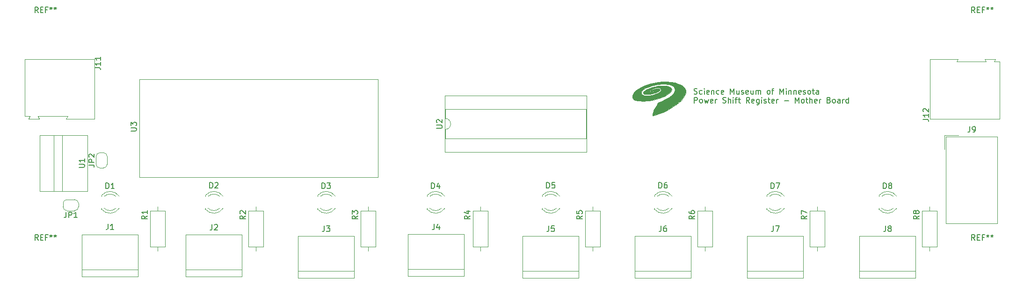
<source format=gto>
%TF.GenerationSoftware,KiCad,Pcbnew,6.0.2-378541a8eb~116~ubuntu20.04.1*%
%TF.CreationDate,2022-03-18T17:48:31-05:00*%
%TF.ProjectId,mother,6d6f7468-6572-42e6-9b69-6361645f7063,rev?*%
%TF.SameCoordinates,Original*%
%TF.FileFunction,Legend,Top*%
%TF.FilePolarity,Positive*%
%FSLAX46Y46*%
G04 Gerber Fmt 4.6, Leading zero omitted, Abs format (unit mm)*
G04 Created by KiCad (PCBNEW 6.0.2-378541a8eb~116~ubuntu20.04.1) date 2022-03-18 17:48:31*
%MOMM*%
%LPD*%
G01*
G04 APERTURE LIST*
G04 Aperture macros list*
%AMFreePoly0*
4,1,22,0.500000,-0.750000,0.000000,-0.750000,0.000000,-0.745033,-0.079941,-0.743568,-0.215256,-0.701293,-0.333266,-0.622738,-0.424486,-0.514219,-0.481581,-0.384460,-0.499164,-0.250000,-0.500000,-0.250000,-0.500000,0.250000,-0.499164,0.250000,-0.499963,0.256109,-0.478152,0.396186,-0.417904,0.524511,-0.324060,0.630769,-0.204165,0.706417,-0.067858,0.745374,0.000000,0.744959,0.000000,0.750000,
0.500000,0.750000,0.500000,-0.750000,0.500000,-0.750000,$1*%
%AMFreePoly1*
4,1,20,0.000000,0.744959,0.073905,0.744508,0.209726,0.703889,0.328688,0.626782,0.421226,0.519385,0.479903,0.390333,0.500000,0.250000,0.500000,-0.250000,0.499851,-0.262216,0.476331,-0.402017,0.414519,-0.529596,0.319384,-0.634700,0.198574,-0.708877,0.061801,-0.746166,0.000000,-0.745033,0.000000,-0.750000,-0.500000,-0.750000,-0.500000,0.750000,0.000000,0.750000,0.000000,0.744959,
0.000000,0.744959,$1*%
G04 Aperture macros list end*
%ADD10C,0.150000*%
%ADD11C,0.120000*%
%ADD12C,0.010000*%
%ADD13C,2.500000*%
%ADD14R,3.000000X3.000000*%
%ADD15C,3.000000*%
%ADD16R,1.800000X1.800000*%
%ADD17C,1.800000*%
%ADD18R,1.727200X1.727200*%
%ADD19O,1.727200X1.727200*%
%ADD20R,3.960000X1.980000*%
%ADD21O,3.960000X1.980000*%
%ADD22C,1.524000*%
%ADD23C,1.600000*%
%ADD24O,1.600000X1.600000*%
%ADD25R,1.600000X1.600000*%
%ADD26FreePoly0,180.000000*%
%ADD27FreePoly1,180.000000*%
%ADD28FreePoly0,90.000000*%
%ADD29FreePoly1,90.000000*%
G04 APERTURE END LIST*
D10*
X163101976Y-84689761D02*
X163244833Y-84737380D01*
X163482928Y-84737380D01*
X163578166Y-84689761D01*
X163625785Y-84642142D01*
X163673404Y-84546904D01*
X163673404Y-84451666D01*
X163625785Y-84356428D01*
X163578166Y-84308809D01*
X163482928Y-84261190D01*
X163292452Y-84213571D01*
X163197214Y-84165952D01*
X163149595Y-84118333D01*
X163101976Y-84023095D01*
X163101976Y-83927857D01*
X163149595Y-83832619D01*
X163197214Y-83785000D01*
X163292452Y-83737380D01*
X163530547Y-83737380D01*
X163673404Y-83785000D01*
X164530547Y-84689761D02*
X164435309Y-84737380D01*
X164244833Y-84737380D01*
X164149595Y-84689761D01*
X164101976Y-84642142D01*
X164054357Y-84546904D01*
X164054357Y-84261190D01*
X164101976Y-84165952D01*
X164149595Y-84118333D01*
X164244833Y-84070714D01*
X164435309Y-84070714D01*
X164530547Y-84118333D01*
X164959119Y-84737380D02*
X164959119Y-84070714D01*
X164959119Y-83737380D02*
X164911500Y-83785000D01*
X164959119Y-83832619D01*
X165006738Y-83785000D01*
X164959119Y-83737380D01*
X164959119Y-83832619D01*
X165816261Y-84689761D02*
X165721023Y-84737380D01*
X165530547Y-84737380D01*
X165435309Y-84689761D01*
X165387690Y-84594523D01*
X165387690Y-84213571D01*
X165435309Y-84118333D01*
X165530547Y-84070714D01*
X165721023Y-84070714D01*
X165816261Y-84118333D01*
X165863880Y-84213571D01*
X165863880Y-84308809D01*
X165387690Y-84404047D01*
X166292452Y-84070714D02*
X166292452Y-84737380D01*
X166292452Y-84165952D02*
X166340071Y-84118333D01*
X166435309Y-84070714D01*
X166578166Y-84070714D01*
X166673404Y-84118333D01*
X166721023Y-84213571D01*
X166721023Y-84737380D01*
X167625785Y-84689761D02*
X167530547Y-84737380D01*
X167340071Y-84737380D01*
X167244833Y-84689761D01*
X167197214Y-84642142D01*
X167149595Y-84546904D01*
X167149595Y-84261190D01*
X167197214Y-84165952D01*
X167244833Y-84118333D01*
X167340071Y-84070714D01*
X167530547Y-84070714D01*
X167625785Y-84118333D01*
X168435309Y-84689761D02*
X168340071Y-84737380D01*
X168149595Y-84737380D01*
X168054357Y-84689761D01*
X168006738Y-84594523D01*
X168006738Y-84213571D01*
X168054357Y-84118333D01*
X168149595Y-84070714D01*
X168340071Y-84070714D01*
X168435309Y-84118333D01*
X168482928Y-84213571D01*
X168482928Y-84308809D01*
X168006738Y-84404047D01*
X169673404Y-84737380D02*
X169673404Y-83737380D01*
X170006738Y-84451666D01*
X170340071Y-83737380D01*
X170340071Y-84737380D01*
X171244833Y-84070714D02*
X171244833Y-84737380D01*
X170816261Y-84070714D02*
X170816261Y-84594523D01*
X170863880Y-84689761D01*
X170959119Y-84737380D01*
X171101976Y-84737380D01*
X171197214Y-84689761D01*
X171244833Y-84642142D01*
X171673404Y-84689761D02*
X171768642Y-84737380D01*
X171959119Y-84737380D01*
X172054357Y-84689761D01*
X172101976Y-84594523D01*
X172101976Y-84546904D01*
X172054357Y-84451666D01*
X171959119Y-84404047D01*
X171816261Y-84404047D01*
X171721023Y-84356428D01*
X171673404Y-84261190D01*
X171673404Y-84213571D01*
X171721023Y-84118333D01*
X171816261Y-84070714D01*
X171959119Y-84070714D01*
X172054357Y-84118333D01*
X172911500Y-84689761D02*
X172816261Y-84737380D01*
X172625785Y-84737380D01*
X172530547Y-84689761D01*
X172482928Y-84594523D01*
X172482928Y-84213571D01*
X172530547Y-84118333D01*
X172625785Y-84070714D01*
X172816261Y-84070714D01*
X172911500Y-84118333D01*
X172959119Y-84213571D01*
X172959119Y-84308809D01*
X172482928Y-84404047D01*
X173816261Y-84070714D02*
X173816261Y-84737380D01*
X173387690Y-84070714D02*
X173387690Y-84594523D01*
X173435309Y-84689761D01*
X173530547Y-84737380D01*
X173673404Y-84737380D01*
X173768642Y-84689761D01*
X173816261Y-84642142D01*
X174292452Y-84737380D02*
X174292452Y-84070714D01*
X174292452Y-84165952D02*
X174340071Y-84118333D01*
X174435309Y-84070714D01*
X174578166Y-84070714D01*
X174673404Y-84118333D01*
X174721023Y-84213571D01*
X174721023Y-84737380D01*
X174721023Y-84213571D02*
X174768642Y-84118333D01*
X174863880Y-84070714D01*
X175006738Y-84070714D01*
X175101976Y-84118333D01*
X175149595Y-84213571D01*
X175149595Y-84737380D01*
X176530547Y-84737380D02*
X176435309Y-84689761D01*
X176387690Y-84642142D01*
X176340071Y-84546904D01*
X176340071Y-84261190D01*
X176387690Y-84165952D01*
X176435309Y-84118333D01*
X176530547Y-84070714D01*
X176673404Y-84070714D01*
X176768642Y-84118333D01*
X176816261Y-84165952D01*
X176863880Y-84261190D01*
X176863880Y-84546904D01*
X176816261Y-84642142D01*
X176768642Y-84689761D01*
X176673404Y-84737380D01*
X176530547Y-84737380D01*
X177149595Y-84070714D02*
X177530547Y-84070714D01*
X177292452Y-84737380D02*
X177292452Y-83880238D01*
X177340071Y-83785000D01*
X177435309Y-83737380D01*
X177530547Y-83737380D01*
X178625785Y-84737380D02*
X178625785Y-83737380D01*
X178959119Y-84451666D01*
X179292452Y-83737380D01*
X179292452Y-84737380D01*
X179768642Y-84737380D02*
X179768642Y-84070714D01*
X179768642Y-83737380D02*
X179721023Y-83785000D01*
X179768642Y-83832619D01*
X179816261Y-83785000D01*
X179768642Y-83737380D01*
X179768642Y-83832619D01*
X180244833Y-84070714D02*
X180244833Y-84737380D01*
X180244833Y-84165952D02*
X180292452Y-84118333D01*
X180387690Y-84070714D01*
X180530547Y-84070714D01*
X180625785Y-84118333D01*
X180673404Y-84213571D01*
X180673404Y-84737380D01*
X181149595Y-84070714D02*
X181149595Y-84737380D01*
X181149595Y-84165952D02*
X181197214Y-84118333D01*
X181292452Y-84070714D01*
X181435309Y-84070714D01*
X181530547Y-84118333D01*
X181578166Y-84213571D01*
X181578166Y-84737380D01*
X182435309Y-84689761D02*
X182340071Y-84737380D01*
X182149595Y-84737380D01*
X182054357Y-84689761D01*
X182006738Y-84594523D01*
X182006738Y-84213571D01*
X182054357Y-84118333D01*
X182149595Y-84070714D01*
X182340071Y-84070714D01*
X182435309Y-84118333D01*
X182482928Y-84213571D01*
X182482928Y-84308809D01*
X182006738Y-84404047D01*
X182863880Y-84689761D02*
X182959119Y-84737380D01*
X183149595Y-84737380D01*
X183244833Y-84689761D01*
X183292452Y-84594523D01*
X183292452Y-84546904D01*
X183244833Y-84451666D01*
X183149595Y-84404047D01*
X183006738Y-84404047D01*
X182911500Y-84356428D01*
X182863880Y-84261190D01*
X182863880Y-84213571D01*
X182911500Y-84118333D01*
X183006738Y-84070714D01*
X183149595Y-84070714D01*
X183244833Y-84118333D01*
X183863880Y-84737380D02*
X183768642Y-84689761D01*
X183721023Y-84642142D01*
X183673404Y-84546904D01*
X183673404Y-84261190D01*
X183721023Y-84165952D01*
X183768642Y-84118333D01*
X183863880Y-84070714D01*
X184006738Y-84070714D01*
X184101976Y-84118333D01*
X184149595Y-84165952D01*
X184197214Y-84261190D01*
X184197214Y-84546904D01*
X184149595Y-84642142D01*
X184101976Y-84689761D01*
X184006738Y-84737380D01*
X183863880Y-84737380D01*
X184482928Y-84070714D02*
X184863880Y-84070714D01*
X184625785Y-83737380D02*
X184625785Y-84594523D01*
X184673404Y-84689761D01*
X184768642Y-84737380D01*
X184863880Y-84737380D01*
X185625785Y-84737380D02*
X185625785Y-84213571D01*
X185578166Y-84118333D01*
X185482928Y-84070714D01*
X185292452Y-84070714D01*
X185197214Y-84118333D01*
X185625785Y-84689761D02*
X185530547Y-84737380D01*
X185292452Y-84737380D01*
X185197214Y-84689761D01*
X185149595Y-84594523D01*
X185149595Y-84499285D01*
X185197214Y-84404047D01*
X185292452Y-84356428D01*
X185530547Y-84356428D01*
X185625785Y-84308809D01*
X163149595Y-86347380D02*
X163149595Y-85347380D01*
X163530547Y-85347380D01*
X163625785Y-85395000D01*
X163673404Y-85442619D01*
X163721023Y-85537857D01*
X163721023Y-85680714D01*
X163673404Y-85775952D01*
X163625785Y-85823571D01*
X163530547Y-85871190D01*
X163149595Y-85871190D01*
X164292452Y-86347380D02*
X164197214Y-86299761D01*
X164149595Y-86252142D01*
X164101976Y-86156904D01*
X164101976Y-85871190D01*
X164149595Y-85775952D01*
X164197214Y-85728333D01*
X164292452Y-85680714D01*
X164435309Y-85680714D01*
X164530547Y-85728333D01*
X164578166Y-85775952D01*
X164625785Y-85871190D01*
X164625785Y-86156904D01*
X164578166Y-86252142D01*
X164530547Y-86299761D01*
X164435309Y-86347380D01*
X164292452Y-86347380D01*
X164959119Y-85680714D02*
X165149595Y-86347380D01*
X165340071Y-85871190D01*
X165530547Y-86347380D01*
X165721023Y-85680714D01*
X166482928Y-86299761D02*
X166387690Y-86347380D01*
X166197214Y-86347380D01*
X166101976Y-86299761D01*
X166054357Y-86204523D01*
X166054357Y-85823571D01*
X166101976Y-85728333D01*
X166197214Y-85680714D01*
X166387690Y-85680714D01*
X166482928Y-85728333D01*
X166530547Y-85823571D01*
X166530547Y-85918809D01*
X166054357Y-86014047D01*
X166959119Y-86347380D02*
X166959119Y-85680714D01*
X166959119Y-85871190D02*
X167006738Y-85775952D01*
X167054357Y-85728333D01*
X167149595Y-85680714D01*
X167244833Y-85680714D01*
X168292452Y-86299761D02*
X168435309Y-86347380D01*
X168673404Y-86347380D01*
X168768642Y-86299761D01*
X168816261Y-86252142D01*
X168863880Y-86156904D01*
X168863880Y-86061666D01*
X168816261Y-85966428D01*
X168768642Y-85918809D01*
X168673404Y-85871190D01*
X168482928Y-85823571D01*
X168387690Y-85775952D01*
X168340071Y-85728333D01*
X168292452Y-85633095D01*
X168292452Y-85537857D01*
X168340071Y-85442619D01*
X168387690Y-85395000D01*
X168482928Y-85347380D01*
X168721023Y-85347380D01*
X168863880Y-85395000D01*
X169292452Y-86347380D02*
X169292452Y-85347380D01*
X169721023Y-86347380D02*
X169721023Y-85823571D01*
X169673404Y-85728333D01*
X169578166Y-85680714D01*
X169435309Y-85680714D01*
X169340071Y-85728333D01*
X169292452Y-85775952D01*
X170197214Y-86347380D02*
X170197214Y-85680714D01*
X170197214Y-85347380D02*
X170149595Y-85395000D01*
X170197214Y-85442619D01*
X170244833Y-85395000D01*
X170197214Y-85347380D01*
X170197214Y-85442619D01*
X170530547Y-85680714D02*
X170911500Y-85680714D01*
X170673404Y-86347380D02*
X170673404Y-85490238D01*
X170721023Y-85395000D01*
X170816261Y-85347380D01*
X170911500Y-85347380D01*
X171101976Y-85680714D02*
X171482928Y-85680714D01*
X171244833Y-85347380D02*
X171244833Y-86204523D01*
X171292452Y-86299761D01*
X171387690Y-86347380D01*
X171482928Y-86347380D01*
X173149595Y-86347380D02*
X172816261Y-85871190D01*
X172578166Y-86347380D02*
X172578166Y-85347380D01*
X172959119Y-85347380D01*
X173054357Y-85395000D01*
X173101976Y-85442619D01*
X173149595Y-85537857D01*
X173149595Y-85680714D01*
X173101976Y-85775952D01*
X173054357Y-85823571D01*
X172959119Y-85871190D01*
X172578166Y-85871190D01*
X173959119Y-86299761D02*
X173863880Y-86347380D01*
X173673404Y-86347380D01*
X173578166Y-86299761D01*
X173530547Y-86204523D01*
X173530547Y-85823571D01*
X173578166Y-85728333D01*
X173673404Y-85680714D01*
X173863880Y-85680714D01*
X173959119Y-85728333D01*
X174006738Y-85823571D01*
X174006738Y-85918809D01*
X173530547Y-86014047D01*
X174863880Y-85680714D02*
X174863880Y-86490238D01*
X174816261Y-86585476D01*
X174768642Y-86633095D01*
X174673404Y-86680714D01*
X174530547Y-86680714D01*
X174435309Y-86633095D01*
X174863880Y-86299761D02*
X174768642Y-86347380D01*
X174578166Y-86347380D01*
X174482928Y-86299761D01*
X174435309Y-86252142D01*
X174387690Y-86156904D01*
X174387690Y-85871190D01*
X174435309Y-85775952D01*
X174482928Y-85728333D01*
X174578166Y-85680714D01*
X174768642Y-85680714D01*
X174863880Y-85728333D01*
X175340071Y-86347380D02*
X175340071Y-85680714D01*
X175340071Y-85347380D02*
X175292452Y-85395000D01*
X175340071Y-85442619D01*
X175387690Y-85395000D01*
X175340071Y-85347380D01*
X175340071Y-85442619D01*
X175768642Y-86299761D02*
X175863880Y-86347380D01*
X176054357Y-86347380D01*
X176149595Y-86299761D01*
X176197214Y-86204523D01*
X176197214Y-86156904D01*
X176149595Y-86061666D01*
X176054357Y-86014047D01*
X175911500Y-86014047D01*
X175816261Y-85966428D01*
X175768642Y-85871190D01*
X175768642Y-85823571D01*
X175816261Y-85728333D01*
X175911500Y-85680714D01*
X176054357Y-85680714D01*
X176149595Y-85728333D01*
X176482928Y-85680714D02*
X176863880Y-85680714D01*
X176625785Y-85347380D02*
X176625785Y-86204523D01*
X176673404Y-86299761D01*
X176768642Y-86347380D01*
X176863880Y-86347380D01*
X177578166Y-86299761D02*
X177482928Y-86347380D01*
X177292452Y-86347380D01*
X177197214Y-86299761D01*
X177149595Y-86204523D01*
X177149595Y-85823571D01*
X177197214Y-85728333D01*
X177292452Y-85680714D01*
X177482928Y-85680714D01*
X177578166Y-85728333D01*
X177625785Y-85823571D01*
X177625785Y-85918809D01*
X177149595Y-86014047D01*
X178054357Y-86347380D02*
X178054357Y-85680714D01*
X178054357Y-85871190D02*
X178101976Y-85775952D01*
X178149595Y-85728333D01*
X178244833Y-85680714D01*
X178340071Y-85680714D01*
X179435309Y-85966428D02*
X180197214Y-85966428D01*
X181435309Y-86347380D02*
X181435309Y-85347380D01*
X181768642Y-86061666D01*
X182101976Y-85347380D01*
X182101976Y-86347380D01*
X182721023Y-86347380D02*
X182625785Y-86299761D01*
X182578166Y-86252142D01*
X182530547Y-86156904D01*
X182530547Y-85871190D01*
X182578166Y-85775952D01*
X182625785Y-85728333D01*
X182721023Y-85680714D01*
X182863880Y-85680714D01*
X182959119Y-85728333D01*
X183006738Y-85775952D01*
X183054357Y-85871190D01*
X183054357Y-86156904D01*
X183006738Y-86252142D01*
X182959119Y-86299761D01*
X182863880Y-86347380D01*
X182721023Y-86347380D01*
X183340071Y-85680714D02*
X183721023Y-85680714D01*
X183482928Y-85347380D02*
X183482928Y-86204523D01*
X183530547Y-86299761D01*
X183625785Y-86347380D01*
X183721023Y-86347380D01*
X184054357Y-86347380D02*
X184054357Y-85347380D01*
X184482928Y-86347380D02*
X184482928Y-85823571D01*
X184435309Y-85728333D01*
X184340071Y-85680714D01*
X184197214Y-85680714D01*
X184101976Y-85728333D01*
X184054357Y-85775952D01*
X185340071Y-86299761D02*
X185244833Y-86347380D01*
X185054357Y-86347380D01*
X184959119Y-86299761D01*
X184911500Y-86204523D01*
X184911500Y-85823571D01*
X184959119Y-85728333D01*
X185054357Y-85680714D01*
X185244833Y-85680714D01*
X185340071Y-85728333D01*
X185387690Y-85823571D01*
X185387690Y-85918809D01*
X184911500Y-86014047D01*
X185816261Y-86347380D02*
X185816261Y-85680714D01*
X185816261Y-85871190D02*
X185863880Y-85775952D01*
X185911500Y-85728333D01*
X186006738Y-85680714D01*
X186101976Y-85680714D01*
X187530547Y-85823571D02*
X187673404Y-85871190D01*
X187721023Y-85918809D01*
X187768642Y-86014047D01*
X187768642Y-86156904D01*
X187721023Y-86252142D01*
X187673404Y-86299761D01*
X187578166Y-86347380D01*
X187197214Y-86347380D01*
X187197214Y-85347380D01*
X187530547Y-85347380D01*
X187625785Y-85395000D01*
X187673404Y-85442619D01*
X187721023Y-85537857D01*
X187721023Y-85633095D01*
X187673404Y-85728333D01*
X187625785Y-85775952D01*
X187530547Y-85823571D01*
X187197214Y-85823571D01*
X188340071Y-86347380D02*
X188244833Y-86299761D01*
X188197214Y-86252142D01*
X188149595Y-86156904D01*
X188149595Y-85871190D01*
X188197214Y-85775952D01*
X188244833Y-85728333D01*
X188340071Y-85680714D01*
X188482928Y-85680714D01*
X188578166Y-85728333D01*
X188625785Y-85775952D01*
X188673404Y-85871190D01*
X188673404Y-86156904D01*
X188625785Y-86252142D01*
X188578166Y-86299761D01*
X188482928Y-86347380D01*
X188340071Y-86347380D01*
X189530547Y-86347380D02*
X189530547Y-85823571D01*
X189482928Y-85728333D01*
X189387690Y-85680714D01*
X189197214Y-85680714D01*
X189101976Y-85728333D01*
X189530547Y-86299761D02*
X189435309Y-86347380D01*
X189197214Y-86347380D01*
X189101976Y-86299761D01*
X189054357Y-86204523D01*
X189054357Y-86109285D01*
X189101976Y-86014047D01*
X189197214Y-85966428D01*
X189435309Y-85966428D01*
X189530547Y-85918809D01*
X190006738Y-86347380D02*
X190006738Y-85680714D01*
X190006738Y-85871190D02*
X190054357Y-85775952D01*
X190101976Y-85728333D01*
X190197214Y-85680714D01*
X190292452Y-85680714D01*
X191054357Y-86347380D02*
X191054357Y-85347380D01*
X191054357Y-86299761D02*
X190959119Y-86347380D01*
X190768642Y-86347380D01*
X190673404Y-86299761D01*
X190625785Y-86252142D01*
X190578166Y-86156904D01*
X190578166Y-85871190D01*
X190625785Y-85775952D01*
X190673404Y-85728333D01*
X190768642Y-85680714D01*
X190959119Y-85680714D01*
X191054357Y-85728333D01*
%TO.C,REF\u002A\u002A*%
X213931666Y-111252380D02*
X213598333Y-110776190D01*
X213360238Y-111252380D02*
X213360238Y-110252380D01*
X213741190Y-110252380D01*
X213836428Y-110300000D01*
X213884047Y-110347619D01*
X213931666Y-110442857D01*
X213931666Y-110585714D01*
X213884047Y-110680952D01*
X213836428Y-110728571D01*
X213741190Y-110776190D01*
X213360238Y-110776190D01*
X214360238Y-110728571D02*
X214693571Y-110728571D01*
X214836428Y-111252380D02*
X214360238Y-111252380D01*
X214360238Y-110252380D01*
X214836428Y-110252380D01*
X215598333Y-110728571D02*
X215265000Y-110728571D01*
X215265000Y-111252380D02*
X215265000Y-110252380D01*
X215741190Y-110252380D01*
X216265000Y-110252380D02*
X216265000Y-110490476D01*
X216026904Y-110395238D02*
X216265000Y-110490476D01*
X216503095Y-110395238D01*
X216122142Y-110680952D02*
X216265000Y-110490476D01*
X216407857Y-110680952D01*
X217026904Y-110252380D02*
X217026904Y-110490476D01*
X216788809Y-110395238D02*
X217026904Y-110490476D01*
X217265000Y-110395238D01*
X216884047Y-110680952D02*
X217026904Y-110490476D01*
X217169761Y-110680952D01*
%TO.C,J7*%
X177466666Y-108672380D02*
X177466666Y-109386666D01*
X177419047Y-109529523D01*
X177323809Y-109624761D01*
X177180952Y-109672380D01*
X177085714Y-109672380D01*
X177847619Y-108672380D02*
X178514285Y-108672380D01*
X178085714Y-109672380D01*
%TO.C,J1*%
X57056666Y-108324380D02*
X57056666Y-109038666D01*
X57009047Y-109181523D01*
X56913809Y-109276761D01*
X56770952Y-109324380D01*
X56675714Y-109324380D01*
X58056666Y-109324380D02*
X57485238Y-109324380D01*
X57770952Y-109324380D02*
X57770952Y-108324380D01*
X57675714Y-108467238D01*
X57580476Y-108562476D01*
X57485238Y-108610095D01*
%TO.C,D2*%
X75456904Y-101798380D02*
X75456904Y-100798380D01*
X75695000Y-100798380D01*
X75837857Y-100846000D01*
X75933095Y-100941238D01*
X75980714Y-101036476D01*
X76028333Y-101226952D01*
X76028333Y-101369809D01*
X75980714Y-101560285D01*
X75933095Y-101655523D01*
X75837857Y-101750761D01*
X75695000Y-101798380D01*
X75456904Y-101798380D01*
X76409285Y-100893619D02*
X76456904Y-100846000D01*
X76552142Y-100798380D01*
X76790238Y-100798380D01*
X76885476Y-100846000D01*
X76933095Y-100893619D01*
X76980714Y-100988857D01*
X76980714Y-101084095D01*
X76933095Y-101226952D01*
X76361666Y-101798380D01*
X76980714Y-101798380D01*
%TO.C,D7*%
X177056904Y-101886380D02*
X177056904Y-100886380D01*
X177295000Y-100886380D01*
X177437857Y-100934000D01*
X177533095Y-101029238D01*
X177580714Y-101124476D01*
X177628333Y-101314952D01*
X177628333Y-101457809D01*
X177580714Y-101648285D01*
X177533095Y-101743523D01*
X177437857Y-101838761D01*
X177295000Y-101886380D01*
X177056904Y-101886380D01*
X177961666Y-100886380D02*
X178628333Y-100886380D01*
X178199761Y-101886380D01*
%TO.C,J9*%
X213026666Y-90638380D02*
X213026666Y-91352666D01*
X212979047Y-91495523D01*
X212883809Y-91590761D01*
X212740952Y-91638380D01*
X212645714Y-91638380D01*
X213550476Y-91638380D02*
X213740952Y-91638380D01*
X213836190Y-91590761D01*
X213883809Y-91543142D01*
X213979047Y-91400285D01*
X214026666Y-91209809D01*
X214026666Y-90828857D01*
X213979047Y-90733619D01*
X213931428Y-90686000D01*
X213836190Y-90638380D01*
X213645714Y-90638380D01*
X213550476Y-90686000D01*
X213502857Y-90733619D01*
X213455238Y-90828857D01*
X213455238Y-91066952D01*
X213502857Y-91162190D01*
X213550476Y-91209809D01*
X213645714Y-91257428D01*
X213836190Y-91257428D01*
X213931428Y-91209809D01*
X213979047Y-91162190D01*
X214026666Y-91066952D01*
%TO.C,J2*%
X75866666Y-108418380D02*
X75866666Y-109132666D01*
X75819047Y-109275523D01*
X75723809Y-109370761D01*
X75580952Y-109418380D01*
X75485714Y-109418380D01*
X76295238Y-108513619D02*
X76342857Y-108466000D01*
X76438095Y-108418380D01*
X76676190Y-108418380D01*
X76771428Y-108466000D01*
X76819047Y-108513619D01*
X76866666Y-108608857D01*
X76866666Y-108704095D01*
X76819047Y-108846952D01*
X76247619Y-109418380D01*
X76866666Y-109418380D01*
%TO.C,D8*%
X197376904Y-101886380D02*
X197376904Y-100886380D01*
X197615000Y-100886380D01*
X197757857Y-100934000D01*
X197853095Y-101029238D01*
X197900714Y-101124476D01*
X197948333Y-101314952D01*
X197948333Y-101457809D01*
X197900714Y-101648285D01*
X197853095Y-101743523D01*
X197757857Y-101838761D01*
X197615000Y-101886380D01*
X197376904Y-101886380D01*
X198519761Y-101314952D02*
X198424523Y-101267333D01*
X198376904Y-101219714D01*
X198329285Y-101124476D01*
X198329285Y-101076857D01*
X198376904Y-100981619D01*
X198424523Y-100934000D01*
X198519761Y-100886380D01*
X198710238Y-100886380D01*
X198805476Y-100934000D01*
X198853095Y-100981619D01*
X198900714Y-101076857D01*
X198900714Y-101124476D01*
X198853095Y-101219714D01*
X198805476Y-101267333D01*
X198710238Y-101314952D01*
X198519761Y-101314952D01*
X198424523Y-101362571D01*
X198376904Y-101410190D01*
X198329285Y-101505428D01*
X198329285Y-101695904D01*
X198376904Y-101791142D01*
X198424523Y-101838761D01*
X198519761Y-101886380D01*
X198710238Y-101886380D01*
X198805476Y-101838761D01*
X198853095Y-101791142D01*
X198900714Y-101695904D01*
X198900714Y-101505428D01*
X198853095Y-101410190D01*
X198805476Y-101362571D01*
X198710238Y-101314952D01*
%TO.C,J11*%
X54702380Y-79944523D02*
X55416666Y-79944523D01*
X55559523Y-79992142D01*
X55654761Y-80087380D01*
X55702380Y-80230238D01*
X55702380Y-80325476D01*
X55702380Y-78944523D02*
X55702380Y-79515952D01*
X55702380Y-79230238D02*
X54702380Y-79230238D01*
X54845238Y-79325476D01*
X54940476Y-79420714D01*
X54988095Y-79515952D01*
X55702380Y-77992142D02*
X55702380Y-78563571D01*
X55702380Y-78277857D02*
X54702380Y-78277857D01*
X54845238Y-78373095D01*
X54940476Y-78468333D01*
X54988095Y-78563571D01*
%TO.C,U3*%
X61174380Y-91439904D02*
X61983904Y-91439904D01*
X62079142Y-91392285D01*
X62126761Y-91344666D01*
X62174380Y-91249428D01*
X62174380Y-91058952D01*
X62126761Y-90963714D01*
X62079142Y-90916095D01*
X61983904Y-90868476D01*
X61174380Y-90868476D01*
X61174380Y-90487523D02*
X61174380Y-89868476D01*
X61555333Y-90201809D01*
X61555333Y-90058952D01*
X61602952Y-89963714D01*
X61650571Y-89916095D01*
X61745809Y-89868476D01*
X61983904Y-89868476D01*
X62079142Y-89916095D01*
X62126761Y-89963714D01*
X62174380Y-90058952D01*
X62174380Y-90344666D01*
X62126761Y-90439904D01*
X62079142Y-90487523D01*
%TO.C,R3*%
X102222380Y-106846666D02*
X101746190Y-107180000D01*
X102222380Y-107418095D02*
X101222380Y-107418095D01*
X101222380Y-107037142D01*
X101270000Y-106941904D01*
X101317619Y-106894285D01*
X101412857Y-106846666D01*
X101555714Y-106846666D01*
X101650952Y-106894285D01*
X101698571Y-106941904D01*
X101746190Y-107037142D01*
X101746190Y-107418095D01*
X101222380Y-106513333D02*
X101222380Y-105894285D01*
X101603333Y-106227619D01*
X101603333Y-106084761D01*
X101650952Y-105989523D01*
X101698571Y-105941904D01*
X101793809Y-105894285D01*
X102031904Y-105894285D01*
X102127142Y-105941904D01*
X102174761Y-105989523D01*
X102222380Y-106084761D01*
X102222380Y-106370476D01*
X102174761Y-106465714D01*
X102127142Y-106513333D01*
%TO.C,J8*%
X197786666Y-108672380D02*
X197786666Y-109386666D01*
X197739047Y-109529523D01*
X197643809Y-109624761D01*
X197500952Y-109672380D01*
X197405714Y-109672380D01*
X198405714Y-109100952D02*
X198310476Y-109053333D01*
X198262857Y-109005714D01*
X198215238Y-108910476D01*
X198215238Y-108862857D01*
X198262857Y-108767619D01*
X198310476Y-108720000D01*
X198405714Y-108672380D01*
X198596190Y-108672380D01*
X198691428Y-108720000D01*
X198739047Y-108767619D01*
X198786666Y-108862857D01*
X198786666Y-108910476D01*
X198739047Y-109005714D01*
X198691428Y-109053333D01*
X198596190Y-109100952D01*
X198405714Y-109100952D01*
X198310476Y-109148571D01*
X198262857Y-109196190D01*
X198215238Y-109291428D01*
X198215238Y-109481904D01*
X198262857Y-109577142D01*
X198310476Y-109624761D01*
X198405714Y-109672380D01*
X198596190Y-109672380D01*
X198691428Y-109624761D01*
X198739047Y-109577142D01*
X198786666Y-109481904D01*
X198786666Y-109291428D01*
X198739047Y-109196190D01*
X198691428Y-109148571D01*
X198596190Y-109100952D01*
%TO.C,J6*%
X157146666Y-108672380D02*
X157146666Y-109386666D01*
X157099047Y-109529523D01*
X157003809Y-109624761D01*
X156860952Y-109672380D01*
X156765714Y-109672380D01*
X158051428Y-108672380D02*
X157860952Y-108672380D01*
X157765714Y-108720000D01*
X157718095Y-108767619D01*
X157622857Y-108910476D01*
X157575238Y-109100952D01*
X157575238Y-109481904D01*
X157622857Y-109577142D01*
X157670476Y-109624761D01*
X157765714Y-109672380D01*
X157956190Y-109672380D01*
X158051428Y-109624761D01*
X158099047Y-109577142D01*
X158146666Y-109481904D01*
X158146666Y-109243809D01*
X158099047Y-109148571D01*
X158051428Y-109100952D01*
X157956190Y-109053333D01*
X157765714Y-109053333D01*
X157670476Y-109100952D01*
X157622857Y-109148571D01*
X157575238Y-109243809D01*
%TO.C,R4*%
X122542380Y-106846666D02*
X122066190Y-107180000D01*
X122542380Y-107418095D02*
X121542380Y-107418095D01*
X121542380Y-107037142D01*
X121590000Y-106941904D01*
X121637619Y-106894285D01*
X121732857Y-106846666D01*
X121875714Y-106846666D01*
X121970952Y-106894285D01*
X122018571Y-106941904D01*
X122066190Y-107037142D01*
X122066190Y-107418095D01*
X121875714Y-105989523D02*
X122542380Y-105989523D01*
X121494761Y-106227619D02*
X122209047Y-106465714D01*
X122209047Y-105846666D01*
%TO.C,U2*%
X116502380Y-90931904D02*
X117311904Y-90931904D01*
X117407142Y-90884285D01*
X117454761Y-90836666D01*
X117502380Y-90741428D01*
X117502380Y-90550952D01*
X117454761Y-90455714D01*
X117407142Y-90408095D01*
X117311904Y-90360476D01*
X116502380Y-90360476D01*
X116597619Y-89931904D02*
X116550000Y-89884285D01*
X116502380Y-89789047D01*
X116502380Y-89550952D01*
X116550000Y-89455714D01*
X116597619Y-89408095D01*
X116692857Y-89360476D01*
X116788095Y-89360476D01*
X116930952Y-89408095D01*
X117502380Y-89979523D01*
X117502380Y-89360476D01*
%TO.C,D6*%
X156736904Y-101798380D02*
X156736904Y-100798380D01*
X156975000Y-100798380D01*
X157117857Y-100846000D01*
X157213095Y-100941238D01*
X157260714Y-101036476D01*
X157308333Y-101226952D01*
X157308333Y-101369809D01*
X157260714Y-101560285D01*
X157213095Y-101655523D01*
X157117857Y-101750761D01*
X156975000Y-101798380D01*
X156736904Y-101798380D01*
X158165476Y-100798380D02*
X157975000Y-100798380D01*
X157879761Y-100846000D01*
X157832142Y-100893619D01*
X157736904Y-101036476D01*
X157689285Y-101226952D01*
X157689285Y-101607904D01*
X157736904Y-101703142D01*
X157784523Y-101750761D01*
X157879761Y-101798380D01*
X158070238Y-101798380D01*
X158165476Y-101750761D01*
X158213095Y-101703142D01*
X158260714Y-101607904D01*
X158260714Y-101369809D01*
X158213095Y-101274571D01*
X158165476Y-101226952D01*
X158070238Y-101179333D01*
X157879761Y-101179333D01*
X157784523Y-101226952D01*
X157736904Y-101274571D01*
X157689285Y-101369809D01*
%TO.C,R6*%
X163182380Y-106846666D02*
X162706190Y-107180000D01*
X163182380Y-107418095D02*
X162182380Y-107418095D01*
X162182380Y-107037142D01*
X162230000Y-106941904D01*
X162277619Y-106894285D01*
X162372857Y-106846666D01*
X162515714Y-106846666D01*
X162610952Y-106894285D01*
X162658571Y-106941904D01*
X162706190Y-107037142D01*
X162706190Y-107418095D01*
X162182380Y-105989523D02*
X162182380Y-106180000D01*
X162230000Y-106275238D01*
X162277619Y-106322857D01*
X162420476Y-106418095D01*
X162610952Y-106465714D01*
X162991904Y-106465714D01*
X163087142Y-106418095D01*
X163134761Y-106370476D01*
X163182380Y-106275238D01*
X163182380Y-106084761D01*
X163134761Y-105989523D01*
X163087142Y-105941904D01*
X162991904Y-105894285D01*
X162753809Y-105894285D01*
X162658571Y-105941904D01*
X162610952Y-105989523D01*
X162563333Y-106084761D01*
X162563333Y-106275238D01*
X162610952Y-106370476D01*
X162658571Y-106418095D01*
X162753809Y-106465714D01*
%TO.C,REF\u002A\u002A*%
X44386666Y-69977380D02*
X44053333Y-69501190D01*
X43815238Y-69977380D02*
X43815238Y-68977380D01*
X44196190Y-68977380D01*
X44291428Y-69025000D01*
X44339047Y-69072619D01*
X44386666Y-69167857D01*
X44386666Y-69310714D01*
X44339047Y-69405952D01*
X44291428Y-69453571D01*
X44196190Y-69501190D01*
X43815238Y-69501190D01*
X44815238Y-69453571D02*
X45148571Y-69453571D01*
X45291428Y-69977380D02*
X44815238Y-69977380D01*
X44815238Y-68977380D01*
X45291428Y-68977380D01*
X46053333Y-69453571D02*
X45720000Y-69453571D01*
X45720000Y-69977380D02*
X45720000Y-68977380D01*
X46196190Y-68977380D01*
X46720000Y-68977380D02*
X46720000Y-69215476D01*
X46481904Y-69120238D02*
X46720000Y-69215476D01*
X46958095Y-69120238D01*
X46577142Y-69405952D02*
X46720000Y-69215476D01*
X46862857Y-69405952D01*
X47481904Y-68977380D02*
X47481904Y-69215476D01*
X47243809Y-69120238D02*
X47481904Y-69215476D01*
X47720000Y-69120238D01*
X47339047Y-69405952D02*
X47481904Y-69215476D01*
X47624761Y-69405952D01*
X44386666Y-111252380D02*
X44053333Y-110776190D01*
X43815238Y-111252380D02*
X43815238Y-110252380D01*
X44196190Y-110252380D01*
X44291428Y-110300000D01*
X44339047Y-110347619D01*
X44386666Y-110442857D01*
X44386666Y-110585714D01*
X44339047Y-110680952D01*
X44291428Y-110728571D01*
X44196190Y-110776190D01*
X43815238Y-110776190D01*
X44815238Y-110728571D02*
X45148571Y-110728571D01*
X45291428Y-111252380D02*
X44815238Y-111252380D01*
X44815238Y-110252380D01*
X45291428Y-110252380D01*
X46053333Y-110728571D02*
X45720000Y-110728571D01*
X45720000Y-111252380D02*
X45720000Y-110252380D01*
X46196190Y-110252380D01*
X46720000Y-110252380D02*
X46720000Y-110490476D01*
X46481904Y-110395238D02*
X46720000Y-110490476D01*
X46958095Y-110395238D01*
X46577142Y-110680952D02*
X46720000Y-110490476D01*
X46862857Y-110680952D01*
X47481904Y-110252380D02*
X47481904Y-110490476D01*
X47243809Y-110395238D02*
X47481904Y-110490476D01*
X47720000Y-110395238D01*
X47339047Y-110680952D02*
X47481904Y-110490476D01*
X47624761Y-110680952D01*
%TO.C,J3*%
X96186666Y-108672380D02*
X96186666Y-109386666D01*
X96139047Y-109529523D01*
X96043809Y-109624761D01*
X95900952Y-109672380D01*
X95805714Y-109672380D01*
X96567619Y-108672380D02*
X97186666Y-108672380D01*
X96853333Y-109053333D01*
X96996190Y-109053333D01*
X97091428Y-109100952D01*
X97139047Y-109148571D01*
X97186666Y-109243809D01*
X97186666Y-109481904D01*
X97139047Y-109577142D01*
X97091428Y-109624761D01*
X96996190Y-109672380D01*
X96710476Y-109672380D01*
X96615238Y-109624761D01*
X96567619Y-109577142D01*
%TO.C,R7*%
X183502380Y-106846666D02*
X183026190Y-107180000D01*
X183502380Y-107418095D02*
X182502380Y-107418095D01*
X182502380Y-107037142D01*
X182550000Y-106941904D01*
X182597619Y-106894285D01*
X182692857Y-106846666D01*
X182835714Y-106846666D01*
X182930952Y-106894285D01*
X182978571Y-106941904D01*
X183026190Y-107037142D01*
X183026190Y-107418095D01*
X182502380Y-106513333D02*
X182502380Y-105846666D01*
X183502380Y-106275238D01*
%TO.C,D4*%
X115588904Y-101886380D02*
X115588904Y-100886380D01*
X115827000Y-100886380D01*
X115969857Y-100934000D01*
X116065095Y-101029238D01*
X116112714Y-101124476D01*
X116160333Y-101314952D01*
X116160333Y-101457809D01*
X116112714Y-101648285D01*
X116065095Y-101743523D01*
X115969857Y-101838761D01*
X115827000Y-101886380D01*
X115588904Y-101886380D01*
X117017476Y-101219714D02*
X117017476Y-101886380D01*
X116779380Y-100838761D02*
X116541285Y-101553047D01*
X117160333Y-101553047D01*
%TO.C,D5*%
X136416904Y-101798380D02*
X136416904Y-100798380D01*
X136655000Y-100798380D01*
X136797857Y-100846000D01*
X136893095Y-100941238D01*
X136940714Y-101036476D01*
X136988333Y-101226952D01*
X136988333Y-101369809D01*
X136940714Y-101560285D01*
X136893095Y-101655523D01*
X136797857Y-101750761D01*
X136655000Y-101798380D01*
X136416904Y-101798380D01*
X137893095Y-100798380D02*
X137416904Y-100798380D01*
X137369285Y-101274571D01*
X137416904Y-101226952D01*
X137512142Y-101179333D01*
X137750238Y-101179333D01*
X137845476Y-101226952D01*
X137893095Y-101274571D01*
X137940714Y-101369809D01*
X137940714Y-101607904D01*
X137893095Y-101703142D01*
X137845476Y-101750761D01*
X137750238Y-101798380D01*
X137512142Y-101798380D01*
X137416904Y-101750761D01*
X137369285Y-101703142D01*
%TO.C,R5*%
X142862380Y-106846666D02*
X142386190Y-107180000D01*
X142862380Y-107418095D02*
X141862380Y-107418095D01*
X141862380Y-107037142D01*
X141910000Y-106941904D01*
X141957619Y-106894285D01*
X142052857Y-106846666D01*
X142195714Y-106846666D01*
X142290952Y-106894285D01*
X142338571Y-106941904D01*
X142386190Y-107037142D01*
X142386190Y-107418095D01*
X141862380Y-105941904D02*
X141862380Y-106418095D01*
X142338571Y-106465714D01*
X142290952Y-106418095D01*
X142243333Y-106322857D01*
X142243333Y-106084761D01*
X142290952Y-105989523D01*
X142338571Y-105941904D01*
X142433809Y-105894285D01*
X142671904Y-105894285D01*
X142767142Y-105941904D01*
X142814761Y-105989523D01*
X142862380Y-106084761D01*
X142862380Y-106322857D01*
X142814761Y-106418095D01*
X142767142Y-106465714D01*
%TO.C,D3*%
X95776904Y-101886380D02*
X95776904Y-100886380D01*
X96015000Y-100886380D01*
X96157857Y-100934000D01*
X96253095Y-101029238D01*
X96300714Y-101124476D01*
X96348333Y-101314952D01*
X96348333Y-101457809D01*
X96300714Y-101648285D01*
X96253095Y-101743523D01*
X96157857Y-101838761D01*
X96015000Y-101886380D01*
X95776904Y-101886380D01*
X96681666Y-100886380D02*
X97300714Y-100886380D01*
X96967380Y-101267333D01*
X97110238Y-101267333D01*
X97205476Y-101314952D01*
X97253095Y-101362571D01*
X97300714Y-101457809D01*
X97300714Y-101695904D01*
X97253095Y-101791142D01*
X97205476Y-101838761D01*
X97110238Y-101886380D01*
X96824523Y-101886380D01*
X96729285Y-101838761D01*
X96681666Y-101791142D01*
%TO.C,REF\u002A\u002A*%
X213931666Y-69977380D02*
X213598333Y-69501190D01*
X213360238Y-69977380D02*
X213360238Y-68977380D01*
X213741190Y-68977380D01*
X213836428Y-69025000D01*
X213884047Y-69072619D01*
X213931666Y-69167857D01*
X213931666Y-69310714D01*
X213884047Y-69405952D01*
X213836428Y-69453571D01*
X213741190Y-69501190D01*
X213360238Y-69501190D01*
X214360238Y-69453571D02*
X214693571Y-69453571D01*
X214836428Y-69977380D02*
X214360238Y-69977380D01*
X214360238Y-68977380D01*
X214836428Y-68977380D01*
X215598333Y-69453571D02*
X215265000Y-69453571D01*
X215265000Y-69977380D02*
X215265000Y-68977380D01*
X215741190Y-68977380D01*
X216265000Y-68977380D02*
X216265000Y-69215476D01*
X216026904Y-69120238D02*
X216265000Y-69215476D01*
X216503095Y-69120238D01*
X216122142Y-69405952D02*
X216265000Y-69215476D01*
X216407857Y-69405952D01*
X217026904Y-68977380D02*
X217026904Y-69215476D01*
X216788809Y-69120238D02*
X217026904Y-69215476D01*
X217265000Y-69120238D01*
X216884047Y-69405952D02*
X217026904Y-69215476D01*
X217169761Y-69405952D01*
%TO.C,JP1*%
X49458666Y-106154380D02*
X49458666Y-106868666D01*
X49411047Y-107011523D01*
X49315809Y-107106761D01*
X49172952Y-107154380D01*
X49077714Y-107154380D01*
X49934857Y-107154380D02*
X49934857Y-106154380D01*
X50315809Y-106154380D01*
X50411047Y-106202000D01*
X50458666Y-106249619D01*
X50506285Y-106344857D01*
X50506285Y-106487714D01*
X50458666Y-106582952D01*
X50411047Y-106630571D01*
X50315809Y-106678190D01*
X49934857Y-106678190D01*
X51458666Y-107154380D02*
X50887238Y-107154380D01*
X51172952Y-107154380D02*
X51172952Y-106154380D01*
X51077714Y-106297238D01*
X50982476Y-106392476D01*
X50887238Y-106440095D01*
%TO.C,R1*%
X64122380Y-106846666D02*
X63646190Y-107180000D01*
X64122380Y-107418095D02*
X63122380Y-107418095D01*
X63122380Y-107037142D01*
X63170000Y-106941904D01*
X63217619Y-106894285D01*
X63312857Y-106846666D01*
X63455714Y-106846666D01*
X63550952Y-106894285D01*
X63598571Y-106941904D01*
X63646190Y-107037142D01*
X63646190Y-107418095D01*
X64122380Y-105894285D02*
X64122380Y-106465714D01*
X64122380Y-106180000D02*
X63122380Y-106180000D01*
X63265238Y-106275238D01*
X63360476Y-106370476D01*
X63408095Y-106465714D01*
%TO.C,JP2*%
X53532380Y-97607333D02*
X54246666Y-97607333D01*
X54389523Y-97654952D01*
X54484761Y-97750190D01*
X54532380Y-97893047D01*
X54532380Y-97988285D01*
X54532380Y-97131142D02*
X53532380Y-97131142D01*
X53532380Y-96750190D01*
X53580000Y-96654952D01*
X53627619Y-96607333D01*
X53722857Y-96559714D01*
X53865714Y-96559714D01*
X53960952Y-96607333D01*
X54008571Y-96654952D01*
X54056190Y-96750190D01*
X54056190Y-97131142D01*
X53627619Y-96178761D02*
X53580000Y-96131142D01*
X53532380Y-96035904D01*
X53532380Y-95797809D01*
X53580000Y-95702571D01*
X53627619Y-95654952D01*
X53722857Y-95607333D01*
X53818095Y-95607333D01*
X53960952Y-95654952D01*
X54532380Y-96226380D01*
X54532380Y-95607333D01*
%TO.C,J5*%
X136826666Y-108672380D02*
X136826666Y-109386666D01*
X136779047Y-109529523D01*
X136683809Y-109624761D01*
X136540952Y-109672380D01*
X136445714Y-109672380D01*
X137779047Y-108672380D02*
X137302857Y-108672380D01*
X137255238Y-109148571D01*
X137302857Y-109100952D01*
X137398095Y-109053333D01*
X137636190Y-109053333D01*
X137731428Y-109100952D01*
X137779047Y-109148571D01*
X137826666Y-109243809D01*
X137826666Y-109481904D01*
X137779047Y-109577142D01*
X137731428Y-109624761D01*
X137636190Y-109672380D01*
X137398095Y-109672380D01*
X137302857Y-109624761D01*
X137255238Y-109577142D01*
%TO.C,R2*%
X81902380Y-106846666D02*
X81426190Y-107180000D01*
X81902380Y-107418095D02*
X80902380Y-107418095D01*
X80902380Y-107037142D01*
X80950000Y-106941904D01*
X80997619Y-106894285D01*
X81092857Y-106846666D01*
X81235714Y-106846666D01*
X81330952Y-106894285D01*
X81378571Y-106941904D01*
X81426190Y-107037142D01*
X81426190Y-107418095D01*
X80997619Y-106465714D02*
X80950000Y-106418095D01*
X80902380Y-106322857D01*
X80902380Y-106084761D01*
X80950000Y-105989523D01*
X80997619Y-105941904D01*
X81092857Y-105894285D01*
X81188095Y-105894285D01*
X81330952Y-105941904D01*
X81902380Y-106513333D01*
X81902380Y-105894285D01*
%TO.C,U1*%
X51776380Y-98043904D02*
X52585904Y-98043904D01*
X52681142Y-97996285D01*
X52728761Y-97948666D01*
X52776380Y-97853428D01*
X52776380Y-97662952D01*
X52728761Y-97567714D01*
X52681142Y-97520095D01*
X52585904Y-97472476D01*
X51776380Y-97472476D01*
X52776380Y-96472476D02*
X52776380Y-97043904D01*
X52776380Y-96758190D02*
X51776380Y-96758190D01*
X51919238Y-96853428D01*
X52014476Y-96948666D01*
X52062095Y-97043904D01*
%TO.C,J4*%
X116076666Y-108352380D02*
X116076666Y-109066666D01*
X116029047Y-109209523D01*
X115933809Y-109304761D01*
X115790952Y-109352380D01*
X115695714Y-109352380D01*
X116981428Y-108685714D02*
X116981428Y-109352380D01*
X116743333Y-108304761D02*
X116505238Y-109019047D01*
X117124285Y-109019047D01*
%TO.C,J12*%
X204552380Y-89314523D02*
X205266666Y-89314523D01*
X205409523Y-89362142D01*
X205504761Y-89457380D01*
X205552380Y-89600238D01*
X205552380Y-89695476D01*
X205552380Y-88314523D02*
X205552380Y-88885952D01*
X205552380Y-88600238D02*
X204552380Y-88600238D01*
X204695238Y-88695476D01*
X204790476Y-88790714D01*
X204838095Y-88885952D01*
X204647619Y-87933571D02*
X204600000Y-87885952D01*
X204552380Y-87790714D01*
X204552380Y-87552619D01*
X204600000Y-87457380D01*
X204647619Y-87409761D01*
X204742857Y-87362142D01*
X204838095Y-87362142D01*
X204980952Y-87409761D01*
X205552380Y-87981190D01*
X205552380Y-87362142D01*
%TO.C,R8*%
X203822380Y-106846666D02*
X203346190Y-107180000D01*
X203822380Y-107418095D02*
X202822380Y-107418095D01*
X202822380Y-107037142D01*
X202870000Y-106941904D01*
X202917619Y-106894285D01*
X203012857Y-106846666D01*
X203155714Y-106846666D01*
X203250952Y-106894285D01*
X203298571Y-106941904D01*
X203346190Y-107037142D01*
X203346190Y-107418095D01*
X203250952Y-106275238D02*
X203203333Y-106370476D01*
X203155714Y-106418095D01*
X203060476Y-106465714D01*
X203012857Y-106465714D01*
X202917619Y-106418095D01*
X202870000Y-106370476D01*
X202822380Y-106275238D01*
X202822380Y-106084761D01*
X202870000Y-105989523D01*
X202917619Y-105941904D01*
X203012857Y-105894285D01*
X203060476Y-105894285D01*
X203155714Y-105941904D01*
X203203333Y-105989523D01*
X203250952Y-106084761D01*
X203250952Y-106275238D01*
X203298571Y-106370476D01*
X203346190Y-106418095D01*
X203441428Y-106465714D01*
X203631904Y-106465714D01*
X203727142Y-106418095D01*
X203774761Y-106370476D01*
X203822380Y-106275238D01*
X203822380Y-106084761D01*
X203774761Y-105989523D01*
X203727142Y-105941904D01*
X203631904Y-105894285D01*
X203441428Y-105894285D01*
X203346190Y-105941904D01*
X203298571Y-105989523D01*
X203250952Y-106084761D01*
%TO.C,D1*%
X56660904Y-101886380D02*
X56660904Y-100886380D01*
X56899000Y-100886380D01*
X57041857Y-100934000D01*
X57137095Y-101029238D01*
X57184714Y-101124476D01*
X57232333Y-101314952D01*
X57232333Y-101457809D01*
X57184714Y-101648285D01*
X57137095Y-101743523D01*
X57041857Y-101838761D01*
X56899000Y-101886380D01*
X56660904Y-101886380D01*
X58184714Y-101886380D02*
X57613285Y-101886380D01*
X57899000Y-101886380D02*
X57899000Y-100886380D01*
X57803761Y-101029238D01*
X57708523Y-101124476D01*
X57613285Y-101172095D01*
D11*
%TO.C,J7*%
X182880000Y-110490000D02*
X172720000Y-110490000D01*
X172720000Y-110490000D02*
X172720000Y-118110000D01*
X172720000Y-118110000D02*
X182880000Y-118110000D01*
X182880000Y-118110000D02*
X182880000Y-110490000D01*
X182880000Y-116840000D02*
X172720000Y-116840000D01*
%TO.C,J1*%
X62484000Y-117856000D02*
X62484000Y-110236000D01*
X52324000Y-110236000D02*
X52324000Y-117856000D01*
X62484000Y-110236000D02*
X52324000Y-110236000D01*
X52324000Y-117856000D02*
X62484000Y-117856000D01*
X62484000Y-116586000D02*
X52324000Y-116586000D01*
%TO.C,D2*%
X74635000Y-105474000D02*
X74635000Y-105630000D01*
X74635000Y-103158000D02*
X74635000Y-103314000D01*
X74635000Y-105629516D02*
G75*
G03*
X77867335Y-105472608I1560000J1235517D01*
G01*
X75154039Y-105474000D02*
G75*
G03*
X77236130Y-105473837I1040961J1080000D01*
G01*
X77867335Y-103315392D02*
G75*
G03*
X74635000Y-103158484I-1672335J-1078609D01*
G01*
X77236130Y-103314163D02*
G75*
G03*
X75154039Y-103314000I-1041130J-1079837D01*
G01*
%TO.C,D7*%
X176235000Y-103158000D02*
X176235000Y-103314000D01*
X176235000Y-105474000D02*
X176235000Y-105630000D01*
X178836130Y-103314163D02*
G75*
G03*
X176754039Y-103314000I-1041130J-1079837D01*
G01*
X176754039Y-105474000D02*
G75*
G03*
X178836130Y-105473837I1040961J1080000D01*
G01*
X176235000Y-105629516D02*
G75*
G03*
X179467335Y-105472608I1560000J1235517D01*
G01*
X179467335Y-103315392D02*
G75*
G03*
X176235000Y-103158484I-1672335J-1078609D01*
G01*
%TO.C,J9*%
X218035000Y-108220000D02*
X208685000Y-108220000D01*
X208435000Y-92190000D02*
X208435000Y-94730000D01*
X218035000Y-92440000D02*
X218035000Y-108220000D01*
X208685000Y-92440000D02*
X218035000Y-92440000D01*
X208435000Y-92190000D02*
X210975000Y-92190000D01*
X208685000Y-108220000D02*
X208685000Y-92440000D01*
%TO.C,J2*%
X71120000Y-110236000D02*
X71120000Y-117856000D01*
X71120000Y-117856000D02*
X81280000Y-117856000D01*
X81280000Y-116586000D02*
X71120000Y-116586000D01*
X81280000Y-117856000D02*
X81280000Y-110236000D01*
X81280000Y-110236000D02*
X71120000Y-110236000D01*
%TO.C,D8*%
X196555000Y-103158000D02*
X196555000Y-103314000D01*
X196555000Y-105474000D02*
X196555000Y-105630000D01*
X197074039Y-105474000D02*
G75*
G03*
X199156130Y-105473837I1040961J1080000D01*
G01*
X196555000Y-105629516D02*
G75*
G03*
X199787335Y-105472608I1560000J1235517D01*
G01*
X199787335Y-103315392D02*
G75*
G03*
X196555000Y-103158484I-1672335J-1078609D01*
G01*
X199156130Y-103314163D02*
G75*
G03*
X197074039Y-103314000I-1041130J-1079837D01*
G01*
%TO.C,J11*%
X49460000Y-89255000D02*
X54560000Y-89255000D01*
X54560000Y-89255000D02*
X54560000Y-78405000D01*
X44360000Y-88755000D02*
X49760000Y-88755000D01*
X41960000Y-78405000D02*
X41960000Y-88755000D01*
X44560000Y-89255000D02*
X44610000Y-89255000D01*
X42910000Y-88755000D02*
X42660000Y-89255000D01*
X41960000Y-88755000D02*
X42910000Y-88755000D01*
X42660000Y-89255000D02*
X44560000Y-89255000D01*
X54560000Y-78405000D02*
X41960000Y-78405000D01*
X49760000Y-88755000D02*
X49460000Y-89255000D01*
X44610000Y-89255000D02*
X44360000Y-88755000D01*
%TO.C,U3*%
X62738000Y-82042000D02*
X62738000Y-99822000D01*
X105918000Y-82042000D02*
X62738000Y-82042000D01*
X105918000Y-99822000D02*
X105918000Y-82042000D01*
X62738000Y-99822000D02*
X105918000Y-99822000D01*
%TO.C,R3*%
X104140000Y-105180000D02*
X104140000Y-105950000D01*
X102770000Y-112490000D02*
X105510000Y-112490000D01*
X102770000Y-105950000D02*
X102770000Y-112490000D01*
X105510000Y-105950000D02*
X102770000Y-105950000D01*
X104140000Y-113260000D02*
X104140000Y-112490000D01*
X105510000Y-112490000D02*
X105510000Y-105950000D01*
%TO.C,J8*%
X203200000Y-110490000D02*
X193040000Y-110490000D01*
X193040000Y-118110000D02*
X203200000Y-118110000D01*
X193040000Y-110490000D02*
X193040000Y-118110000D01*
X203200000Y-116840000D02*
X193040000Y-116840000D01*
X203200000Y-118110000D02*
X203200000Y-110490000D01*
%TO.C,J6*%
X162560000Y-118110000D02*
X162560000Y-110490000D01*
X152400000Y-118110000D02*
X162560000Y-118110000D01*
X162560000Y-110490000D02*
X152400000Y-110490000D01*
X162560000Y-116840000D02*
X152400000Y-116840000D01*
X152400000Y-110490000D02*
X152400000Y-118110000D01*
%TO.C,R4*%
X125830000Y-112490000D02*
X125830000Y-105950000D01*
X125830000Y-105950000D02*
X123090000Y-105950000D01*
X124460000Y-105180000D02*
X124460000Y-105950000D01*
X123090000Y-105950000D02*
X123090000Y-112490000D01*
X123090000Y-112490000D02*
X125830000Y-112490000D01*
X124460000Y-113260000D02*
X124460000Y-112490000D01*
%TO.C,U2*%
X118050000Y-87520000D02*
X118050000Y-89170000D01*
X117990000Y-95310000D02*
X143630000Y-95310000D01*
X143630000Y-95310000D02*
X143630000Y-85030000D01*
X118050000Y-92820000D02*
X143570000Y-92820000D01*
X143570000Y-92820000D02*
X143570000Y-87520000D01*
X117990000Y-85030000D02*
X117990000Y-95310000D01*
X118050000Y-91170000D02*
X118050000Y-92820000D01*
X143630000Y-85030000D02*
X117990000Y-85030000D01*
X143570000Y-87520000D02*
X118050000Y-87520000D01*
X118050000Y-91170000D02*
G75*
G03*
X118050000Y-89170000I0J1000000D01*
G01*
%TO.C,D6*%
X155915000Y-103158000D02*
X155915000Y-103314000D01*
X155915000Y-105474000D02*
X155915000Y-105630000D01*
X159147335Y-103315392D02*
G75*
G03*
X155915000Y-103158484I-1672335J-1078609D01*
G01*
X156434039Y-105474000D02*
G75*
G03*
X158516130Y-105473837I1040961J1080000D01*
G01*
X158516130Y-103314163D02*
G75*
G03*
X156434039Y-103314000I-1041130J-1079837D01*
G01*
X155915000Y-105629516D02*
G75*
G03*
X159147335Y-105472608I1560000J1235517D01*
G01*
D12*
%TO.C,G\u002A\u002A\u002A*%
X158933401Y-82564619D02*
X159651681Y-82692127D01*
X159651681Y-82692127D02*
X160264286Y-82872654D01*
X160264286Y-82872654D02*
X160728907Y-83074300D01*
X160728907Y-83074300D02*
X161095426Y-83306959D01*
X161095426Y-83306959D02*
X161363665Y-83570099D01*
X161363665Y-83570099D02*
X161533445Y-83863187D01*
X161533445Y-83863187D02*
X161604586Y-84185690D01*
X161604586Y-84185690D02*
X161576910Y-84537076D01*
X161576910Y-84537076D02*
X161450238Y-84916813D01*
X161450238Y-84916813D02*
X161224390Y-85324366D01*
X161224390Y-85324366D02*
X161132923Y-85458081D01*
X161132923Y-85458081D02*
X160813298Y-85843177D01*
X160813298Y-85843177D02*
X160403521Y-86235257D01*
X160403521Y-86235257D02*
X159915490Y-86627067D01*
X159915490Y-86627067D02*
X159361105Y-87011350D01*
X159361105Y-87011350D02*
X158752268Y-87380850D01*
X158752268Y-87380850D02*
X158100878Y-87728312D01*
X158100878Y-87728312D02*
X157418835Y-88046479D01*
X157418835Y-88046479D02*
X156718040Y-88328097D01*
X156718040Y-88328097D02*
X156061104Y-88550471D01*
X156061104Y-88550471D02*
X155636053Y-88680931D01*
X155636053Y-88680931D02*
X155636053Y-88432925D01*
X155636053Y-88432925D02*
X155666230Y-88154213D01*
X155666230Y-88154213D02*
X155747026Y-87845197D01*
X155747026Y-87845197D02*
X155863835Y-87550849D01*
X155863835Y-87550849D02*
X155996190Y-87323963D01*
X155996190Y-87323963D02*
X156170257Y-87085588D01*
X156170257Y-87085588D02*
X156291072Y-86909634D01*
X156291072Y-86909634D02*
X156369198Y-86777618D01*
X156369198Y-86777618D02*
X156415196Y-86671056D01*
X156415196Y-86671056D02*
X156439630Y-86571466D01*
X156439630Y-86571466D02*
X156444412Y-86539603D01*
X156444412Y-86539603D02*
X156465019Y-86429949D01*
X156465019Y-86429949D02*
X156506389Y-86357567D01*
X156506389Y-86357567D02*
X156592459Y-86300175D01*
X156592459Y-86300175D02*
X156747166Y-86235490D01*
X156747166Y-86235490D02*
X156787773Y-86219975D01*
X156787773Y-86219975D02*
X157268785Y-86022870D01*
X157268785Y-86022870D02*
X157739639Y-85803285D01*
X157739639Y-85803285D02*
X158183025Y-85570925D01*
X158183025Y-85570925D02*
X158581636Y-85335492D01*
X158581636Y-85335492D02*
X158918162Y-85106690D01*
X158918162Y-85106690D02*
X159175295Y-84894224D01*
X159175295Y-84894224D02*
X159206029Y-84864281D01*
X159206029Y-84864281D02*
X159443719Y-84576403D01*
X159443719Y-84576403D02*
X159590719Y-84285434D01*
X159590719Y-84285434D02*
X159646705Y-84001100D01*
X159646705Y-84001100D02*
X159611353Y-83733125D01*
X159611353Y-83733125D02*
X159484339Y-83491234D01*
X159484339Y-83491234D02*
X159265341Y-83285153D01*
X159265341Y-83285153D02*
X159258736Y-83280580D01*
X159258736Y-83280580D02*
X159061281Y-83162817D01*
X159061281Y-83162817D02*
X158846166Y-83074643D01*
X158846166Y-83074643D02*
X158595676Y-83012575D01*
X158595676Y-83012575D02*
X158292099Y-82973128D01*
X158292099Y-82973128D02*
X157917721Y-82952817D01*
X157917721Y-82952817D02*
X157568102Y-82948022D01*
X157568102Y-82948022D02*
X157135822Y-82952776D01*
X157135822Y-82952776D02*
X156768497Y-82971930D01*
X156768497Y-82971930D02*
X156435202Y-83010400D01*
X156435202Y-83010400D02*
X156105013Y-83073102D01*
X156105013Y-83073102D02*
X155747009Y-83164951D01*
X155747009Y-83164951D02*
X155330263Y-83290862D01*
X155330263Y-83290862D02*
X155249643Y-83316555D01*
X155249643Y-83316555D02*
X154713078Y-83508991D01*
X154713078Y-83508991D02*
X154274934Y-83710569D01*
X154274934Y-83710569D02*
X153936128Y-83920630D01*
X153936128Y-83920630D02*
X153697581Y-84138513D01*
X153697581Y-84138513D02*
X153560210Y-84363554D01*
X153560210Y-84363554D02*
X153523680Y-84558527D01*
X153523680Y-84558527D02*
X153571877Y-84719314D01*
X153571877Y-84719314D02*
X153703226Y-84865251D01*
X153703226Y-84865251D02*
X153897865Y-84979106D01*
X153897865Y-84979106D02*
X154069957Y-85032367D01*
X154069957Y-85032367D02*
X154342408Y-85059838D01*
X154342408Y-85059838D02*
X154673172Y-85047445D01*
X154673172Y-85047445D02*
X155042595Y-85000414D01*
X155042595Y-85000414D02*
X155431018Y-84923975D01*
X155431018Y-84923975D02*
X155818785Y-84823354D01*
X155818785Y-84823354D02*
X156186239Y-84703780D01*
X156186239Y-84703780D02*
X156513724Y-84570482D01*
X156513724Y-84570482D02*
X156781583Y-84428687D01*
X156781583Y-84428687D02*
X156970158Y-84283623D01*
X156970158Y-84283623D02*
X156997415Y-84253748D01*
X156997415Y-84253748D02*
X157112200Y-84068521D01*
X157112200Y-84068521D02*
X157133787Y-83906478D01*
X157133787Y-83906478D02*
X157070446Y-83772858D01*
X157070446Y-83772858D02*
X156930450Y-83672905D01*
X156930450Y-83672905D02*
X156722069Y-83611860D01*
X156722069Y-83611860D02*
X156453573Y-83594966D01*
X156453573Y-83594966D02*
X156133234Y-83627464D01*
X156133234Y-83627464D02*
X156037879Y-83645605D01*
X156037879Y-83645605D02*
X155759788Y-83719310D01*
X155759788Y-83719310D02*
X155515420Y-83813145D01*
X155515420Y-83813145D02*
X155312554Y-83919094D01*
X155312554Y-83919094D02*
X155158966Y-84029139D01*
X155158966Y-84029139D02*
X155062434Y-84135266D01*
X155062434Y-84135266D02*
X155030733Y-84229456D01*
X155030733Y-84229456D02*
X155071642Y-84303694D01*
X155071642Y-84303694D02*
X155192936Y-84349962D01*
X155192936Y-84349962D02*
X155343381Y-84361489D01*
X155343381Y-84361489D02*
X155538274Y-84350222D01*
X155538274Y-84350222D02*
X155714672Y-84320693D01*
X155714672Y-84320693D02*
X155849042Y-84279310D01*
X155849042Y-84279310D02*
X155917849Y-84232480D01*
X155917849Y-84232480D02*
X155918220Y-84204983D01*
X155918220Y-84204983D02*
X155855802Y-84187879D01*
X155855802Y-84187879D02*
X155750837Y-84207587D01*
X155750837Y-84207587D02*
X155541811Y-84260980D01*
X155541811Y-84260980D02*
X155359059Y-84280588D01*
X155359059Y-84280588D02*
X155234235Y-84263471D01*
X155234235Y-84263471D02*
X155221207Y-84256792D01*
X155221207Y-84256792D02*
X155182627Y-84194896D01*
X155182627Y-84194896D02*
X155244017Y-84118141D01*
X155244017Y-84118141D02*
X155405970Y-84026085D01*
X155405970Y-84026085D02*
X155669077Y-83918284D01*
X155669077Y-83918284D02*
X155677520Y-83915176D01*
X155677520Y-83915176D02*
X155929020Y-83839343D01*
X155929020Y-83839343D02*
X156189999Y-83788443D01*
X156189999Y-83788443D02*
X156438096Y-83763764D01*
X156438096Y-83763764D02*
X156650946Y-83766592D01*
X156650946Y-83766592D02*
X156806188Y-83798215D01*
X156806188Y-83798215D02*
X156874646Y-83846276D01*
X156874646Y-83846276D02*
X156912433Y-83984297D01*
X156912433Y-83984297D02*
X156851222Y-84122951D01*
X156851222Y-84122951D02*
X156695014Y-84259788D01*
X156695014Y-84259788D02*
X156447806Y-84392364D01*
X156447806Y-84392364D02*
X156113599Y-84518230D01*
X156113599Y-84518230D02*
X155696392Y-84634940D01*
X155696392Y-84634940D02*
X155518539Y-84676025D01*
X155518539Y-84676025D02*
X155096107Y-84755214D01*
X155096107Y-84755214D02*
X154722019Y-84798564D01*
X154722019Y-84798564D02*
X154405758Y-84806507D01*
X154405758Y-84806507D02*
X154156807Y-84779473D01*
X154156807Y-84779473D02*
X153984650Y-84717893D01*
X153984650Y-84717893D02*
X153898771Y-84622200D01*
X153898771Y-84622200D02*
X153893351Y-84602140D01*
X153893351Y-84602140D02*
X153894331Y-84442595D01*
X153894331Y-84442595D02*
X153965802Y-84292419D01*
X153965802Y-84292419D02*
X154114567Y-84145821D01*
X154114567Y-84145821D02*
X154347427Y-83997007D01*
X154347427Y-83997007D02*
X154671186Y-83840185D01*
X154671186Y-83840185D02*
X154900845Y-83744257D01*
X154900845Y-83744257D02*
X155487385Y-83531041D01*
X155487385Y-83531041D02*
X156032172Y-83381564D01*
X156032172Y-83381564D02*
X156567978Y-83288402D01*
X156567978Y-83288402D02*
X157104410Y-83245052D01*
X157104410Y-83245052D02*
X157605180Y-83244209D01*
X157605180Y-83244209D02*
X158038683Y-83283469D01*
X158038683Y-83283469D02*
X158400860Y-83359472D01*
X158400860Y-83359472D02*
X158687655Y-83468862D01*
X158687655Y-83468862D02*
X158895009Y-83608279D01*
X158895009Y-83608279D02*
X159018865Y-83774366D01*
X159018865Y-83774366D02*
X159055166Y-83963766D01*
X159055166Y-83963766D02*
X158999853Y-84173119D01*
X158999853Y-84173119D02*
X158848868Y-84399068D01*
X158848868Y-84399068D02*
X158691605Y-84558571D01*
X158691605Y-84558571D02*
X158511183Y-84694673D01*
X158511183Y-84694673D02*
X158254703Y-84852468D01*
X158254703Y-84852468D02*
X157943862Y-85021070D01*
X157943862Y-85021070D02*
X157600360Y-85189589D01*
X157600360Y-85189589D02*
X157245895Y-85347139D01*
X157245895Y-85347139D02*
X156902163Y-85482831D01*
X156902163Y-85482831D02*
X156730831Y-85542467D01*
X156730831Y-85542467D02*
X156142388Y-85710171D01*
X156142388Y-85710171D02*
X155490877Y-85850187D01*
X155490877Y-85850187D02*
X154814387Y-85954448D01*
X154814387Y-85954448D02*
X154748042Y-85962454D01*
X154748042Y-85962454D02*
X154446044Y-85988231D01*
X154446044Y-85988231D02*
X154103500Y-86001538D01*
X154103500Y-86001538D02*
X153742553Y-86003120D01*
X153742553Y-86003120D02*
X153385348Y-85993722D01*
X153385348Y-85993722D02*
X153054028Y-85974089D01*
X153054028Y-85974089D02*
X152770736Y-85944967D01*
X152770736Y-85944967D02*
X152557617Y-85907099D01*
X152557617Y-85907099D02*
X152487796Y-85886420D01*
X152487796Y-85886420D02*
X152223015Y-85748475D01*
X152223015Y-85748475D02*
X152045237Y-85566464D01*
X152045237Y-85566464D02*
X151952624Y-85348527D01*
X151952624Y-85348527D02*
X151943342Y-85102804D01*
X151943342Y-85102804D02*
X152015552Y-84837436D01*
X152015552Y-84837436D02*
X152167419Y-84560562D01*
X152167419Y-84560562D02*
X152397107Y-84280322D01*
X152397107Y-84280322D02*
X152702780Y-84004858D01*
X152702780Y-84004858D02*
X152952922Y-83824542D01*
X152952922Y-83824542D02*
X153576132Y-83464541D01*
X153576132Y-83464541D02*
X154266397Y-83158295D01*
X154266397Y-83158295D02*
X155007954Y-82907857D01*
X155007954Y-82907857D02*
X155785039Y-82715280D01*
X155785039Y-82715280D02*
X156581890Y-82582615D01*
X156581890Y-82582615D02*
X157382743Y-82511915D01*
X157382743Y-82511915D02*
X158171834Y-82505232D01*
X158171834Y-82505232D02*
X158933401Y-82564619D01*
X158933401Y-82564619D02*
X158933401Y-82564619D01*
G36*
X158933401Y-82564619D02*
G01*
X159651681Y-82692127D01*
X160264286Y-82872654D01*
X160728907Y-83074300D01*
X161095426Y-83306959D01*
X161363665Y-83570099D01*
X161533445Y-83863187D01*
X161604586Y-84185690D01*
X161576910Y-84537076D01*
X161450238Y-84916813D01*
X161224390Y-85324366D01*
X161132923Y-85458081D01*
X160813298Y-85843177D01*
X160403521Y-86235257D01*
X159915490Y-86627067D01*
X159361105Y-87011350D01*
X158752268Y-87380850D01*
X158100878Y-87728312D01*
X157418835Y-88046479D01*
X156718040Y-88328097D01*
X156061104Y-88550471D01*
X155636053Y-88680931D01*
X155636053Y-88432925D01*
X155666230Y-88154213D01*
X155747026Y-87845197D01*
X155863835Y-87550849D01*
X155996190Y-87323963D01*
X156170257Y-87085588D01*
X156291072Y-86909634D01*
X156369198Y-86777618D01*
X156415196Y-86671056D01*
X156439630Y-86571466D01*
X156444412Y-86539603D01*
X156465019Y-86429949D01*
X156506389Y-86357567D01*
X156592459Y-86300175D01*
X156747166Y-86235490D01*
X156787773Y-86219975D01*
X157268785Y-86022870D01*
X157739639Y-85803285D01*
X158183025Y-85570925D01*
X158581636Y-85335492D01*
X158918162Y-85106690D01*
X159175295Y-84894224D01*
X159206029Y-84864281D01*
X159443719Y-84576403D01*
X159590719Y-84285434D01*
X159646705Y-84001100D01*
X159611353Y-83733125D01*
X159484339Y-83491234D01*
X159265341Y-83285153D01*
X159258736Y-83280580D01*
X159061281Y-83162817D01*
X158846166Y-83074643D01*
X158595676Y-83012575D01*
X158292099Y-82973128D01*
X157917721Y-82952817D01*
X157568102Y-82948022D01*
X157135822Y-82952776D01*
X156768497Y-82971930D01*
X156435202Y-83010400D01*
X156105013Y-83073102D01*
X155747009Y-83164951D01*
X155330263Y-83290862D01*
X155249643Y-83316555D01*
X154713078Y-83508991D01*
X154274934Y-83710569D01*
X153936128Y-83920630D01*
X153697581Y-84138513D01*
X153560210Y-84363554D01*
X153523680Y-84558527D01*
X153571877Y-84719314D01*
X153703226Y-84865251D01*
X153897865Y-84979106D01*
X154069957Y-85032367D01*
X154342408Y-85059838D01*
X154673172Y-85047445D01*
X155042595Y-85000414D01*
X155431018Y-84923975D01*
X155818785Y-84823354D01*
X156186239Y-84703780D01*
X156513724Y-84570482D01*
X156781583Y-84428687D01*
X156970158Y-84283623D01*
X156997415Y-84253748D01*
X157112200Y-84068521D01*
X157133787Y-83906478D01*
X157070446Y-83772858D01*
X156930450Y-83672905D01*
X156722069Y-83611860D01*
X156453573Y-83594966D01*
X156133234Y-83627464D01*
X156037879Y-83645605D01*
X155759788Y-83719310D01*
X155515420Y-83813145D01*
X155312554Y-83919094D01*
X155158966Y-84029139D01*
X155062434Y-84135266D01*
X155030733Y-84229456D01*
X155071642Y-84303694D01*
X155192936Y-84349962D01*
X155343381Y-84361489D01*
X155538274Y-84350222D01*
X155714672Y-84320693D01*
X155849042Y-84279310D01*
X155917849Y-84232480D01*
X155918220Y-84204983D01*
X155855802Y-84187879D01*
X155750837Y-84207587D01*
X155541811Y-84260980D01*
X155359059Y-84280588D01*
X155234235Y-84263471D01*
X155221207Y-84256792D01*
X155182627Y-84194896D01*
X155244017Y-84118141D01*
X155405970Y-84026085D01*
X155669077Y-83918284D01*
X155677520Y-83915176D01*
X155929020Y-83839343D01*
X156189999Y-83788443D01*
X156438096Y-83763764D01*
X156650946Y-83766592D01*
X156806188Y-83798215D01*
X156874646Y-83846276D01*
X156912433Y-83984297D01*
X156851222Y-84122951D01*
X156695014Y-84259788D01*
X156447806Y-84392364D01*
X156113599Y-84518230D01*
X155696392Y-84634940D01*
X155518539Y-84676025D01*
X155096107Y-84755214D01*
X154722019Y-84798564D01*
X154405758Y-84806507D01*
X154156807Y-84779473D01*
X153984650Y-84717893D01*
X153898771Y-84622200D01*
X153893351Y-84602140D01*
X153894331Y-84442595D01*
X153965802Y-84292419D01*
X154114567Y-84145821D01*
X154347427Y-83997007D01*
X154671186Y-83840185D01*
X154900845Y-83744257D01*
X155487385Y-83531041D01*
X156032172Y-83381564D01*
X156567978Y-83288402D01*
X157104410Y-83245052D01*
X157605180Y-83244209D01*
X158038683Y-83283469D01*
X158400860Y-83359472D01*
X158687655Y-83468862D01*
X158895009Y-83608279D01*
X159018865Y-83774366D01*
X159055166Y-83963766D01*
X158999853Y-84173119D01*
X158848868Y-84399068D01*
X158691605Y-84558571D01*
X158511183Y-84694673D01*
X158254703Y-84852468D01*
X157943862Y-85021070D01*
X157600360Y-85189589D01*
X157245895Y-85347139D01*
X156902163Y-85482831D01*
X156730831Y-85542467D01*
X156142388Y-85710171D01*
X155490877Y-85850187D01*
X154814387Y-85954448D01*
X154748042Y-85962454D01*
X154446044Y-85988231D01*
X154103500Y-86001538D01*
X153742553Y-86003120D01*
X153385348Y-85993722D01*
X153054028Y-85974089D01*
X152770736Y-85944967D01*
X152557617Y-85907099D01*
X152487796Y-85886420D01*
X152223015Y-85748475D01*
X152045237Y-85566464D01*
X151952624Y-85348527D01*
X151943342Y-85102804D01*
X152015552Y-84837436D01*
X152167419Y-84560562D01*
X152397107Y-84280322D01*
X152702780Y-84004858D01*
X152952922Y-83824542D01*
X153576132Y-83464541D01*
X154266397Y-83158295D01*
X155007954Y-82907857D01*
X155785039Y-82715280D01*
X156581890Y-82582615D01*
X157382743Y-82511915D01*
X158171834Y-82505232D01*
X158933401Y-82564619D01*
G37*
X158933401Y-82564619D02*
X159651681Y-82692127D01*
X160264286Y-82872654D01*
X160728907Y-83074300D01*
X161095426Y-83306959D01*
X161363665Y-83570099D01*
X161533445Y-83863187D01*
X161604586Y-84185690D01*
X161576910Y-84537076D01*
X161450238Y-84916813D01*
X161224390Y-85324366D01*
X161132923Y-85458081D01*
X160813298Y-85843177D01*
X160403521Y-86235257D01*
X159915490Y-86627067D01*
X159361105Y-87011350D01*
X158752268Y-87380850D01*
X158100878Y-87728312D01*
X157418835Y-88046479D01*
X156718040Y-88328097D01*
X156061104Y-88550471D01*
X155636053Y-88680931D01*
X155636053Y-88432925D01*
X155666230Y-88154213D01*
X155747026Y-87845197D01*
X155863835Y-87550849D01*
X155996190Y-87323963D01*
X156170257Y-87085588D01*
X156291072Y-86909634D01*
X156369198Y-86777618D01*
X156415196Y-86671056D01*
X156439630Y-86571466D01*
X156444412Y-86539603D01*
X156465019Y-86429949D01*
X156506389Y-86357567D01*
X156592459Y-86300175D01*
X156747166Y-86235490D01*
X156787773Y-86219975D01*
X157268785Y-86022870D01*
X157739639Y-85803285D01*
X158183025Y-85570925D01*
X158581636Y-85335492D01*
X158918162Y-85106690D01*
X159175295Y-84894224D01*
X159206029Y-84864281D01*
X159443719Y-84576403D01*
X159590719Y-84285434D01*
X159646705Y-84001100D01*
X159611353Y-83733125D01*
X159484339Y-83491234D01*
X159265341Y-83285153D01*
X159258736Y-83280580D01*
X159061281Y-83162817D01*
X158846166Y-83074643D01*
X158595676Y-83012575D01*
X158292099Y-82973128D01*
X157917721Y-82952817D01*
X157568102Y-82948022D01*
X157135822Y-82952776D01*
X156768497Y-82971930D01*
X156435202Y-83010400D01*
X156105013Y-83073102D01*
X155747009Y-83164951D01*
X155330263Y-83290862D01*
X155249643Y-83316555D01*
X154713078Y-83508991D01*
X154274934Y-83710569D01*
X153936128Y-83920630D01*
X153697581Y-84138513D01*
X153560210Y-84363554D01*
X153523680Y-84558527D01*
X153571877Y-84719314D01*
X153703226Y-84865251D01*
X153897865Y-84979106D01*
X154069957Y-85032367D01*
X154342408Y-85059838D01*
X154673172Y-85047445D01*
X155042595Y-85000414D01*
X155431018Y-84923975D01*
X155818785Y-84823354D01*
X156186239Y-84703780D01*
X156513724Y-84570482D01*
X156781583Y-84428687D01*
X156970158Y-84283623D01*
X156997415Y-84253748D01*
X157112200Y-84068521D01*
X157133787Y-83906478D01*
X157070446Y-83772858D01*
X156930450Y-83672905D01*
X156722069Y-83611860D01*
X156453573Y-83594966D01*
X156133234Y-83627464D01*
X156037879Y-83645605D01*
X155759788Y-83719310D01*
X155515420Y-83813145D01*
X155312554Y-83919094D01*
X155158966Y-84029139D01*
X155062434Y-84135266D01*
X155030733Y-84229456D01*
X155071642Y-84303694D01*
X155192936Y-84349962D01*
X155343381Y-84361489D01*
X155538274Y-84350222D01*
X155714672Y-84320693D01*
X155849042Y-84279310D01*
X155917849Y-84232480D01*
X155918220Y-84204983D01*
X155855802Y-84187879D01*
X155750837Y-84207587D01*
X155541811Y-84260980D01*
X155359059Y-84280588D01*
X155234235Y-84263471D01*
X155221207Y-84256792D01*
X155182627Y-84194896D01*
X155244017Y-84118141D01*
X155405970Y-84026085D01*
X155669077Y-83918284D01*
X155677520Y-83915176D01*
X155929020Y-83839343D01*
X156189999Y-83788443D01*
X156438096Y-83763764D01*
X156650946Y-83766592D01*
X156806188Y-83798215D01*
X156874646Y-83846276D01*
X156912433Y-83984297D01*
X156851222Y-84122951D01*
X156695014Y-84259788D01*
X156447806Y-84392364D01*
X156113599Y-84518230D01*
X155696392Y-84634940D01*
X155518539Y-84676025D01*
X155096107Y-84755214D01*
X154722019Y-84798564D01*
X154405758Y-84806507D01*
X154156807Y-84779473D01*
X153984650Y-84717893D01*
X153898771Y-84622200D01*
X153893351Y-84602140D01*
X153894331Y-84442595D01*
X153965802Y-84292419D01*
X154114567Y-84145821D01*
X154347427Y-83997007D01*
X154671186Y-83840185D01*
X154900845Y-83744257D01*
X155487385Y-83531041D01*
X156032172Y-83381564D01*
X156567978Y-83288402D01*
X157104410Y-83245052D01*
X157605180Y-83244209D01*
X158038683Y-83283469D01*
X158400860Y-83359472D01*
X158687655Y-83468862D01*
X158895009Y-83608279D01*
X159018865Y-83774366D01*
X159055166Y-83963766D01*
X158999853Y-84173119D01*
X158848868Y-84399068D01*
X158691605Y-84558571D01*
X158511183Y-84694673D01*
X158254703Y-84852468D01*
X157943862Y-85021070D01*
X157600360Y-85189589D01*
X157245895Y-85347139D01*
X156902163Y-85482831D01*
X156730831Y-85542467D01*
X156142388Y-85710171D01*
X155490877Y-85850187D01*
X154814387Y-85954448D01*
X154748042Y-85962454D01*
X154446044Y-85988231D01*
X154103500Y-86001538D01*
X153742553Y-86003120D01*
X153385348Y-85993722D01*
X153054028Y-85974089D01*
X152770736Y-85944967D01*
X152557617Y-85907099D01*
X152487796Y-85886420D01*
X152223015Y-85748475D01*
X152045237Y-85566464D01*
X151952624Y-85348527D01*
X151943342Y-85102804D01*
X152015552Y-84837436D01*
X152167419Y-84560562D01*
X152397107Y-84280322D01*
X152702780Y-84004858D01*
X152952922Y-83824542D01*
X153576132Y-83464541D01*
X154266397Y-83158295D01*
X155007954Y-82907857D01*
X155785039Y-82715280D01*
X156581890Y-82582615D01*
X157382743Y-82511915D01*
X158171834Y-82505232D01*
X158933401Y-82564619D01*
D11*
%TO.C,R6*%
X163730000Y-112490000D02*
X166470000Y-112490000D01*
X166470000Y-105950000D02*
X163730000Y-105950000D01*
X163730000Y-105950000D02*
X163730000Y-112490000D01*
X165100000Y-105180000D02*
X165100000Y-105950000D01*
X166470000Y-112490000D02*
X166470000Y-105950000D01*
X165100000Y-113260000D02*
X165100000Y-112490000D01*
%TO.C,J3*%
X101600000Y-110490000D02*
X91440000Y-110490000D01*
X101600000Y-116840000D02*
X91440000Y-116840000D01*
X101600000Y-118110000D02*
X101600000Y-110490000D01*
X91440000Y-118110000D02*
X101600000Y-118110000D01*
X91440000Y-110490000D02*
X91440000Y-118110000D01*
%TO.C,R7*%
X185420000Y-105180000D02*
X185420000Y-105950000D01*
X186790000Y-112490000D02*
X186790000Y-105950000D01*
X184050000Y-112490000D02*
X186790000Y-112490000D01*
X184050000Y-105950000D02*
X184050000Y-112490000D01*
X186790000Y-105950000D02*
X184050000Y-105950000D01*
X185420000Y-113260000D02*
X185420000Y-112490000D01*
%TO.C,D4*%
X114767000Y-105474000D02*
X114767000Y-105630000D01*
X114767000Y-103158000D02*
X114767000Y-103314000D01*
X114767000Y-105629516D02*
G75*
G03*
X117999335Y-105472608I1560000J1235517D01*
G01*
X115286039Y-105474000D02*
G75*
G03*
X117368130Y-105473837I1040961J1080000D01*
G01*
X117368130Y-103314163D02*
G75*
G03*
X115286039Y-103314000I-1041130J-1079837D01*
G01*
X117999335Y-103315392D02*
G75*
G03*
X114767000Y-103158484I-1672335J-1078609D01*
G01*
%TO.C,D5*%
X135595000Y-105474000D02*
X135595000Y-105630000D01*
X135595000Y-103158000D02*
X135595000Y-103314000D01*
X138827335Y-103315392D02*
G75*
G03*
X135595000Y-103158484I-1672335J-1078609D01*
G01*
X135595000Y-105629516D02*
G75*
G03*
X138827335Y-105472608I1560000J1235517D01*
G01*
X136114039Y-105474000D02*
G75*
G03*
X138196130Y-105473837I1040961J1080000D01*
G01*
X138196130Y-103314163D02*
G75*
G03*
X136114039Y-103314000I-1041130J-1079837D01*
G01*
%TO.C,R5*%
X146150000Y-112490000D02*
X146150000Y-105950000D01*
X146150000Y-105950000D02*
X143410000Y-105950000D01*
X143410000Y-105950000D02*
X143410000Y-112490000D01*
X144780000Y-113260000D02*
X144780000Y-112490000D01*
X144780000Y-105180000D02*
X144780000Y-105950000D01*
X143410000Y-112490000D02*
X146150000Y-112490000D01*
%TO.C,D3*%
X94955000Y-105474000D02*
X94955000Y-105630000D01*
X94955000Y-103158000D02*
X94955000Y-103314000D01*
X95474039Y-105474000D02*
G75*
G03*
X97556130Y-105473837I1040961J1080000D01*
G01*
X98187335Y-103315392D02*
G75*
G03*
X94955000Y-103158484I-1672335J-1078609D01*
G01*
X94955000Y-105629516D02*
G75*
G03*
X98187335Y-105472608I1560000J1235517D01*
G01*
X97556130Y-103314163D02*
G75*
G03*
X95474039Y-103314000I-1041130J-1079837D01*
G01*
%TO.C,JP1*%
X51692000Y-104602000D02*
X51692000Y-105202000D01*
X49592000Y-103902000D02*
X50992000Y-103902000D01*
X50992000Y-105902000D02*
X49592000Y-105902000D01*
X48892000Y-105202000D02*
X48892000Y-104602000D01*
X49592000Y-103902000D02*
G75*
G03*
X48892000Y-104602000I-1J-699999D01*
G01*
X50992000Y-105902000D02*
G75*
G03*
X51692000Y-105202000I1J699999D01*
G01*
X48892000Y-105202000D02*
G75*
G03*
X49592000Y-105902000I699999J-1D01*
G01*
X51692000Y-104602000D02*
G75*
G03*
X50992000Y-103902000I-699999J1D01*
G01*
%TO.C,R1*%
X66040000Y-113260000D02*
X66040000Y-112490000D01*
X64670000Y-105950000D02*
X64670000Y-112490000D01*
X67410000Y-112490000D02*
X67410000Y-105950000D01*
X64670000Y-112490000D02*
X67410000Y-112490000D01*
X66040000Y-105180000D02*
X66040000Y-105950000D01*
X67410000Y-105950000D02*
X64670000Y-105950000D01*
%TO.C,JP2*%
X54880000Y-97474000D02*
X54880000Y-96074000D01*
X56180000Y-98174000D02*
X55580000Y-98174000D01*
X55580000Y-95374000D02*
X56180000Y-95374000D01*
X56880000Y-96074000D02*
X56880000Y-97474000D01*
X55580000Y-95374000D02*
G75*
G03*
X54880000Y-96074000I-1J-699999D01*
G01*
X56180000Y-98174000D02*
G75*
G03*
X56880000Y-97474000I1J699999D01*
G01*
X56880000Y-96074000D02*
G75*
G03*
X56180000Y-95374000I-699999J1D01*
G01*
X54880000Y-97474000D02*
G75*
G03*
X55580000Y-98174000I699999J-1D01*
G01*
%TO.C,J5*%
X132080000Y-118110000D02*
X142240000Y-118110000D01*
X142240000Y-110490000D02*
X132080000Y-110490000D01*
X142240000Y-116840000D02*
X132080000Y-116840000D01*
X142240000Y-118110000D02*
X142240000Y-110490000D01*
X132080000Y-110490000D02*
X132080000Y-118110000D01*
%TO.C,R2*%
X85190000Y-112490000D02*
X85190000Y-105950000D01*
X85190000Y-105950000D02*
X82450000Y-105950000D01*
X83820000Y-113260000D02*
X83820000Y-112490000D01*
X82450000Y-112490000D02*
X85190000Y-112490000D01*
X83820000Y-105180000D02*
X83820000Y-105950000D01*
X82450000Y-105950000D02*
X82450000Y-112490000D01*
%TO.C,U1*%
X44704000Y-92202000D02*
X44704000Y-102362000D01*
X47244000Y-102362000D02*
X47244000Y-92202000D01*
X53340000Y-97282000D02*
X53340000Y-92202000D01*
X48768000Y-97282000D02*
X48768000Y-92202000D01*
X53340000Y-97282000D02*
X53340000Y-102362000D01*
X53340000Y-92202000D02*
X44704000Y-92202000D01*
X53340000Y-102362000D02*
X44704000Y-102362000D01*
X48768000Y-97282000D02*
X48768000Y-102362000D01*
%TO.C,J4*%
X121490000Y-116520000D02*
X111330000Y-116520000D01*
X121490000Y-110170000D02*
X111330000Y-110170000D01*
X121490000Y-117790000D02*
X121490000Y-110170000D01*
X111330000Y-117790000D02*
X121490000Y-117790000D01*
X111330000Y-110170000D02*
X111330000Y-117790000D01*
%TO.C,J12*%
X218390000Y-89235000D02*
X218390000Y-78885000D01*
X215790000Y-78385000D02*
X215740000Y-78385000D01*
X205790000Y-89235000D02*
X218390000Y-89235000D01*
X215990000Y-78885000D02*
X210590000Y-78885000D01*
X210590000Y-78885000D02*
X210890000Y-78385000D01*
X217690000Y-78385000D02*
X215790000Y-78385000D01*
X217440000Y-78885000D02*
X217690000Y-78385000D01*
X205790000Y-78385000D02*
X205790000Y-89235000D01*
X210890000Y-78385000D02*
X205790000Y-78385000D01*
X215740000Y-78385000D02*
X215990000Y-78885000D01*
X218390000Y-78885000D02*
X217440000Y-78885000D01*
%TO.C,R8*%
X204370000Y-112490000D02*
X207110000Y-112490000D01*
X204370000Y-105950000D02*
X204370000Y-112490000D01*
X207110000Y-105950000D02*
X204370000Y-105950000D01*
X207110000Y-112490000D02*
X207110000Y-105950000D01*
X205740000Y-113260000D02*
X205740000Y-112490000D01*
X205740000Y-105180000D02*
X205740000Y-105950000D01*
%TO.C,D1*%
X55839000Y-105474000D02*
X55839000Y-105630000D01*
X55839000Y-103158000D02*
X55839000Y-103314000D01*
X55839000Y-105629516D02*
G75*
G03*
X59071335Y-105472608I1560000J1235517D01*
G01*
X58440130Y-103314163D02*
G75*
G03*
X56358039Y-103314000I-1041130J-1079837D01*
G01*
X59071335Y-103315392D02*
G75*
G03*
X55839000Y-103158484I-1672335J-1078609D01*
G01*
X56358039Y-105474000D02*
G75*
G03*
X58440130Y-105473837I1040961J1080000D01*
G01*
%TD*%
%LPC*%
D13*
%TO.C,REF\u002A\u002A*%
X215265000Y-114300000D03*
%TD*%
D14*
%TO.C,J7*%
X175260000Y-114300000D03*
D15*
X180340000Y-114300000D03*
%TD*%
D14*
%TO.C,J1*%
X54864000Y-114046000D03*
D15*
X59944000Y-114046000D03*
%TD*%
D16*
%TO.C,D2*%
X74925000Y-104394000D03*
D17*
X77465000Y-104394000D03*
%TD*%
D16*
%TO.C,D7*%
X176525000Y-104394000D03*
D17*
X179065000Y-104394000D03*
%TD*%
D18*
%TO.C,J9*%
X212090000Y-97790000D03*
D19*
X214630000Y-97790000D03*
X212090000Y-100330000D03*
X214630000Y-100330000D03*
X212090000Y-102870000D03*
X214630000Y-102870000D03*
%TD*%
D14*
%TO.C,J2*%
X73660000Y-114046000D03*
D15*
X78740000Y-114046000D03*
%TD*%
D16*
%TO.C,D8*%
X196845000Y-104394000D03*
D17*
X199385000Y-104394000D03*
%TD*%
D20*
%TO.C,J11*%
X48260000Y-81055000D03*
D21*
X48260000Y-86135000D03*
%TD*%
D22*
%TO.C,U3*%
X67818000Y-98552000D03*
X70358000Y-98552000D03*
X72898000Y-98552000D03*
X75438000Y-98552000D03*
X77978000Y-98552000D03*
X80518000Y-98552000D03*
X83058000Y-98552000D03*
X85598000Y-98552000D03*
X88138000Y-98552000D03*
X90678000Y-98552000D03*
X93218000Y-98552000D03*
X95758000Y-98552000D03*
X98298000Y-98552000D03*
X100838000Y-98552000D03*
X100838000Y-83312000D03*
X98298000Y-83312000D03*
X95758000Y-83312000D03*
X93218000Y-83312000D03*
X90678000Y-83312000D03*
X88138000Y-83312000D03*
X85598000Y-83312000D03*
X83058000Y-83312000D03*
X80518000Y-83312000D03*
X77978000Y-83312000D03*
X75438000Y-83312000D03*
X72898000Y-83312000D03*
X70358000Y-83312000D03*
X67818000Y-83312000D03*
%TD*%
D23*
%TO.C,R3*%
X104140000Y-114300000D03*
D24*
X104140000Y-104140000D03*
%TD*%
D14*
%TO.C,J8*%
X195580000Y-114300000D03*
D15*
X200660000Y-114300000D03*
%TD*%
D14*
%TO.C,J6*%
X154940000Y-114300000D03*
D15*
X160020000Y-114300000D03*
%TD*%
D23*
%TO.C,R4*%
X124460000Y-114300000D03*
D24*
X124460000Y-104140000D03*
%TD*%
D25*
%TO.C,U2*%
X119380000Y-93980000D03*
D24*
X121920000Y-93980000D03*
X124460000Y-93980000D03*
X127000000Y-93980000D03*
X129540000Y-93980000D03*
X132080000Y-93980000D03*
X134620000Y-93980000D03*
X137160000Y-93980000D03*
X139700000Y-93980000D03*
X142240000Y-93980000D03*
X142240000Y-86360000D03*
X139700000Y-86360000D03*
X137160000Y-86360000D03*
X134620000Y-86360000D03*
X132080000Y-86360000D03*
X129540000Y-86360000D03*
X127000000Y-86360000D03*
X124460000Y-86360000D03*
X121920000Y-86360000D03*
X119380000Y-86360000D03*
%TD*%
D16*
%TO.C,D6*%
X156205000Y-104394000D03*
D17*
X158745000Y-104394000D03*
%TD*%
D23*
%TO.C,R6*%
X165100000Y-114300000D03*
D24*
X165100000Y-104140000D03*
%TD*%
D13*
%TO.C,REF\u002A\u002A*%
X45720000Y-73025000D03*
%TD*%
%TO.C,REF\u002A\u002A*%
X45720000Y-114300000D03*
%TD*%
D14*
%TO.C,J3*%
X93980000Y-114300000D03*
D15*
X99060000Y-114300000D03*
%TD*%
D23*
%TO.C,R7*%
X185420000Y-114300000D03*
D24*
X185420000Y-104140000D03*
%TD*%
D16*
%TO.C,D4*%
X115057000Y-104394000D03*
D17*
X117597000Y-104394000D03*
%TD*%
D16*
%TO.C,D5*%
X135885000Y-104394000D03*
D17*
X138425000Y-104394000D03*
%TD*%
D23*
%TO.C,R5*%
X144780000Y-114300000D03*
D24*
X144780000Y-104140000D03*
%TD*%
D16*
%TO.C,D3*%
X95245000Y-104394000D03*
D17*
X97785000Y-104394000D03*
%TD*%
D13*
%TO.C,REF\u002A\u002A*%
X215265000Y-73025000D03*
%TD*%
D26*
%TO.C,JP1*%
X50942000Y-104902000D03*
D27*
X49642000Y-104902000D03*
%TD*%
D23*
%TO.C,R1*%
X66040000Y-114300000D03*
D24*
X66040000Y-104140000D03*
%TD*%
D28*
%TO.C,JP2*%
X55880000Y-97424000D03*
D29*
X55880000Y-96124000D03*
%TD*%
D14*
%TO.C,J5*%
X134620000Y-114300000D03*
D15*
X139700000Y-114300000D03*
%TD*%
D23*
%TO.C,R2*%
X83820000Y-114300000D03*
D24*
X83820000Y-104140000D03*
%TD*%
D22*
%TO.C,U1*%
X50038000Y-99822000D03*
X50038000Y-97282000D03*
X50038000Y-94742000D03*
%TD*%
D14*
%TO.C,J4*%
X113870000Y-113980000D03*
D15*
X118950000Y-113980000D03*
%TD*%
D20*
%TO.C,J12*%
X212090000Y-86585000D03*
D21*
X212090000Y-81505000D03*
%TD*%
D23*
%TO.C,R8*%
X205740000Y-114300000D03*
D24*
X205740000Y-104140000D03*
%TD*%
D16*
%TO.C,D1*%
X56129000Y-104394000D03*
D17*
X58669000Y-104394000D03*
%TD*%
M02*

</source>
